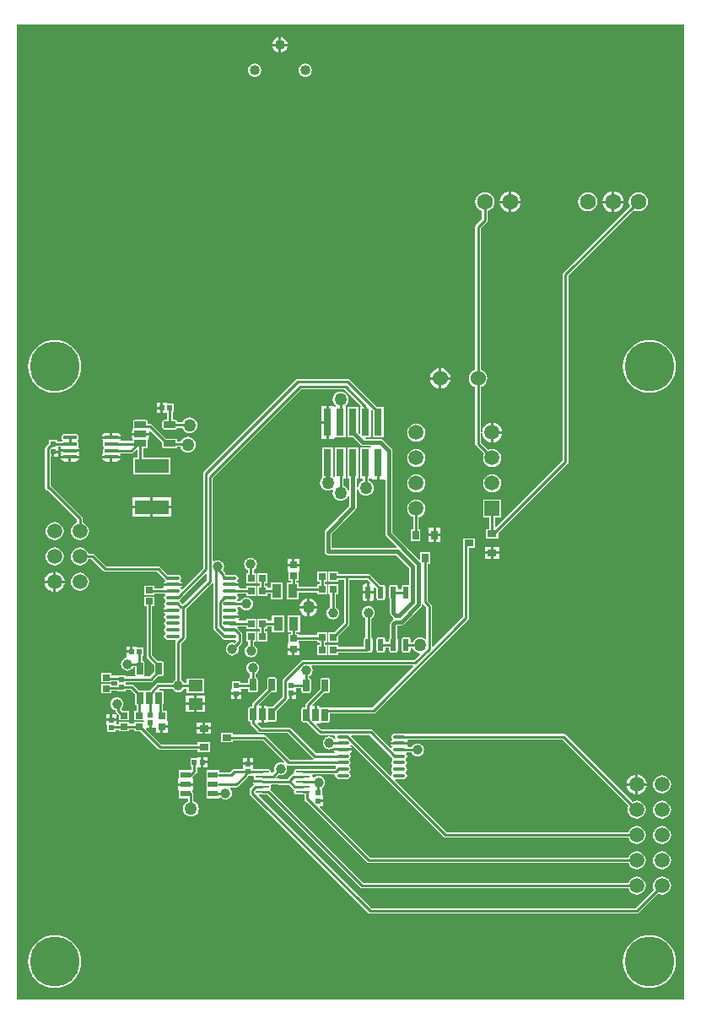
<source format=gbr>
G04 Layer_Physical_Order=1*
G04 Layer_Color=255*
%FSLAX26Y26*%
%MOIN*%
%TF.FileFunction,Copper,L1,Top,Signal*%
%TF.Part,Single*%
G01*
G75*
%TA.AperFunction,SMDPad,CuDef*%
G04:AMPARAMS|DCode=10|XSize=25.591mil|YSize=47.244mil|CornerRadius=1.919mil|HoleSize=0mil|Usage=FLASHONLY|Rotation=90.000|XOffset=0mil|YOffset=0mil|HoleType=Round|Shape=RoundedRectangle|*
%AMROUNDEDRECTD10*
21,1,0.025591,0.043406,0,0,90.0*
21,1,0.021752,0.047244,0,0,90.0*
1,1,0.003839,0.021703,0.010876*
1,1,0.003839,0.021703,-0.010876*
1,1,0.003839,-0.021703,-0.010876*
1,1,0.003839,-0.021703,0.010876*
%
%ADD10ROUNDEDRECTD10*%
%ADD11O,0.055118X0.013780*%
%ADD12R,0.020472X0.020472*%
%ADD13R,0.020472X0.020472*%
%ADD14O,0.055118X0.016535*%
G04:AMPARAMS|DCode=15|XSize=21.654mil|YSize=49.213mil|CornerRadius=1.949mil|HoleSize=0mil|Usage=FLASHONLY|Rotation=0.000|XOffset=0mil|YOffset=0mil|HoleType=Round|Shape=RoundedRectangle|*
%AMROUNDEDRECTD15*
21,1,0.021654,0.045315,0,0,0.0*
21,1,0.017756,0.049213,0,0,0.0*
1,1,0.003898,0.008878,-0.022657*
1,1,0.003898,-0.008878,-0.022657*
1,1,0.003898,-0.008878,0.022657*
1,1,0.003898,0.008878,0.022657*
%
%ADD15ROUNDEDRECTD15*%
%ADD16R,0.029528X0.025591*%
G04:AMPARAMS|DCode=17|XSize=25.591mil|YSize=47.244mil|CornerRadius=1.919mil|HoleSize=0mil|Usage=FLASHONLY|Rotation=180.000|XOffset=0mil|YOffset=0mil|HoleType=Round|Shape=RoundedRectangle|*
%AMROUNDEDRECTD17*
21,1,0.025591,0.043406,0,0,180.0*
21,1,0.021752,0.047244,0,0,180.0*
1,1,0.003839,-0.010876,0.021703*
1,1,0.003839,0.010876,0.021703*
1,1,0.003839,0.010876,-0.021703*
1,1,0.003839,-0.010876,-0.021703*
%
%ADD17ROUNDEDRECTD17*%
%ADD18R,0.025591X0.029528*%
%ADD19R,0.037402X0.053150*%
%ADD20R,0.057087X0.045276*%
%ADD21R,0.035433X0.025591*%
%ADD22R,0.025591X0.035433*%
%ADD23R,0.039370X0.023622*%
%ADD24O,0.049213X0.013780*%
%ADD25O,0.057087X0.009842*%
%ADD26R,0.133858X0.055118*%
%ADD27R,0.029134X0.109843*%
%TA.AperFunction,Conductor*%
%ADD28C,0.010000*%
%ADD29C,0.015000*%
%TA.AperFunction,ComponentPad*%
%ADD30C,0.062992*%
%ADD31C,0.040000*%
%ADD32R,0.059055X0.059055*%
%ADD33C,0.059055*%
%ADD34C,0.060000*%
%TA.AperFunction,ViaPad*%
%ADD35C,0.196850*%
%ADD36C,0.039370*%
%ADD37C,0.050000*%
G36*
X2487684Y-150000D02*
X-150000D01*
Y3702000D01*
X2487685D01*
X2487684Y-150000D01*
D02*
G37*
%LPC*%
G36*
X1119378Y1490126D02*
X1081976D01*
Y1448787D01*
X1088897D01*
Y1400367D01*
X1086449Y1399353D01*
X1081103Y1395251D01*
X1077001Y1389906D01*
X1074422Y1383680D01*
X1073543Y1377000D01*
X1074422Y1370320D01*
X1077001Y1364094D01*
X1081103Y1358749D01*
X1086449Y1354647D01*
X1092674Y1352068D01*
X1099354Y1351189D01*
X1106035Y1352068D01*
X1112260Y1354647D01*
X1117605Y1358749D01*
X1121707Y1364094D01*
X1124286Y1370320D01*
X1125166Y1377000D01*
X1124286Y1383680D01*
X1121707Y1389906D01*
X1117605Y1395251D01*
X1112260Y1399353D01*
X1111135Y1399819D01*
Y1448787D01*
X1119378D01*
Y1490126D01*
D02*
G37*
G36*
X907134Y1366937D02*
X857921D01*
Y1345576D01*
X839378D01*
Y1355126D01*
X801976D01*
Y1313787D01*
X809558D01*
Y1305126D01*
X801976D01*
Y1263787D01*
X839378D01*
Y1305126D01*
X831796D01*
Y1313787D01*
X839378D01*
Y1323338D01*
X857921D01*
Y1301976D01*
X907134D01*
Y1366937D01*
D02*
G37*
G36*
X1239756Y1403567D02*
X1233075Y1402688D01*
X1226850Y1400109D01*
X1221505Y1396007D01*
X1217403Y1390662D01*
X1214824Y1384436D01*
X1213945Y1377756D01*
X1214824Y1371075D01*
X1217403Y1364850D01*
X1221505Y1359505D01*
X1226850Y1355403D01*
X1228271Y1354814D01*
Y1281403D01*
X1227081Y1281167D01*
X1224483Y1279431D01*
X1222747Y1276832D01*
X1222138Y1273768D01*
Y1242623D01*
X1119378D01*
Y1250126D01*
X1081976D01*
Y1208787D01*
X1119378D01*
Y1220385D01*
X1233196D01*
X1233197Y1220385D01*
X1233498Y1220445D01*
X1247901D01*
X1250966Y1221054D01*
X1253564Y1222790D01*
X1255300Y1225388D01*
X1255910Y1228453D01*
Y1273768D01*
X1255300Y1276832D01*
X1253564Y1279431D01*
X1250966Y1281167D01*
X1250509Y1281257D01*
Y1354511D01*
X1252662Y1355403D01*
X1258007Y1359505D01*
X1262109Y1364850D01*
X1264688Y1371075D01*
X1265567Y1377756D01*
X1264688Y1384436D01*
X1262109Y1390662D01*
X1258007Y1396007D01*
X1252662Y1400109D01*
X1246436Y1402688D01*
X1239756Y1403567D01*
D02*
G37*
G36*
X998000Y1394000D02*
X968356D01*
X968901Y1389863D01*
X972428Y1381349D01*
X978038Y1374038D01*
X985349Y1368428D01*
X993863Y1364901D01*
X998000Y1364356D01*
Y1394000D01*
D02*
G37*
G36*
X1008000Y1433644D02*
Y1404000D01*
X1037644D01*
X1037099Y1408137D01*
X1033572Y1416651D01*
X1027962Y1423962D01*
X1020651Y1429572D01*
X1012137Y1433099D01*
X1008000Y1433644D01*
D02*
G37*
G36*
X998000D02*
X993863Y1433099D01*
X985349Y1429572D01*
X978038Y1423962D01*
X972428Y1416651D01*
X968901Y1408137D01*
X968356Y1404000D01*
X998000D01*
Y1433644D01*
D02*
G37*
G36*
X1037644Y1394000D02*
X1008000D01*
Y1364356D01*
X1012137Y1364901D01*
X1020651Y1368428D01*
X1027962Y1374038D01*
X1033572Y1381349D01*
X1037099Y1389863D01*
X1037644Y1394000D01*
D02*
G37*
G36*
X298276Y1244693D02*
X283039D01*
Y1229457D01*
X298276D01*
Y1244693D01*
D02*
G37*
G36*
X783024Y1185268D02*
X776343Y1184389D01*
X770118Y1181810D01*
X764772Y1177708D01*
X760670Y1172362D01*
X758092Y1166137D01*
X757212Y1159457D01*
X758092Y1152776D01*
X760670Y1146551D01*
X764772Y1141206D01*
X770118Y1137104D01*
X772319Y1136192D01*
Y1122078D01*
X769924Y1121601D01*
X767336Y1119872D01*
X765607Y1117283D01*
X764999Y1114230D01*
Y1100324D01*
X733165D01*
Y1105347D01*
X721475D01*
X721279Y1105478D01*
X717024Y1106324D01*
X712769Y1105478D01*
X712572Y1105347D01*
X700882D01*
Y1077945D01*
X696787D01*
Y1062709D01*
X717024D01*
Y1057709D01*
D01*
Y1062709D01*
X737260D01*
Y1077945D01*
X742202Y1078086D01*
X764999D01*
Y1070825D01*
X765607Y1067772D01*
X767336Y1065184D01*
X769924Y1063454D01*
X772977Y1062847D01*
X794729D01*
X797783Y1063454D01*
X800371Y1065184D01*
X802100Y1067772D01*
X802707Y1070825D01*
Y1114230D01*
X802100Y1117283D01*
X800371Y1119872D01*
X797783Y1121601D01*
X794729Y1122208D01*
X794558D01*
Y1136535D01*
X795929Y1137104D01*
X801275Y1141206D01*
X805377Y1146551D01*
X807955Y1152776D01*
X808835Y1159457D01*
X807955Y1166137D01*
X805377Y1172362D01*
X801275Y1177708D01*
X795929Y1181810D01*
X789704Y1184389D01*
X783024Y1185268D01*
D02*
G37*
G36*
X953260Y1053709D02*
X938024D01*
Y1038473D01*
X953260D01*
Y1053709D01*
D02*
G37*
G36*
X737260Y1052709D02*
X722024D01*
Y1037473D01*
X737260D01*
Y1052709D01*
D02*
G37*
G36*
X796071Y1305126D02*
X758669D01*
Y1263787D01*
X765566D01*
Y1250377D01*
X763094Y1249353D01*
X757749Y1245251D01*
X753647Y1239906D01*
X751068Y1233680D01*
X750189Y1227000D01*
X751068Y1220320D01*
X753647Y1214094D01*
X757749Y1208749D01*
X763094Y1204647D01*
X769319Y1202068D01*
X776000Y1201189D01*
X782681Y1202068D01*
X788906Y1204647D01*
X794251Y1208749D01*
X798353Y1214094D01*
X800932Y1220320D01*
X801811Y1227000D01*
X800932Y1233680D01*
X798353Y1239906D01*
X794251Y1245251D01*
X788906Y1249353D01*
X787804Y1249809D01*
Y1263787D01*
X796071D01*
Y1305126D01*
D02*
G37*
G36*
X968787Y1227803D02*
X949024D01*
Y1210008D01*
X968787D01*
Y1227803D01*
D02*
G37*
G36*
X939024D02*
X919260D01*
Y1210008D01*
X939024D01*
Y1227803D01*
D02*
G37*
G36*
X970126Y1366937D02*
X920913D01*
Y1301976D01*
X932904D01*
Y1294811D01*
X923354D01*
X923354Y1257785D01*
X919260Y1255599D01*
X919260Y1255223D01*
X919260Y1255223D01*
Y1237803D01*
X944024D01*
X968787D01*
Y1255223D01*
X968788Y1255223D01*
Y1255599D01*
X964693Y1257785D01*
X964693Y1260599D01*
Y1266664D01*
X1038669D01*
Y1258787D01*
X1046251D01*
Y1250126D01*
X1038669D01*
Y1208787D01*
X1076071D01*
Y1250126D01*
X1068489D01*
Y1258787D01*
X1076071D01*
Y1300126D01*
X1038669D01*
Y1288903D01*
X964693D01*
Y1294811D01*
X955143D01*
Y1301976D01*
X970126D01*
Y1366937D01*
D02*
G37*
G36*
X100000Y1635739D02*
X90750Y1634521D01*
X82131Y1630951D01*
X74729Y1625271D01*
X69049Y1617869D01*
X65479Y1609250D01*
X64261Y1600000D01*
X65479Y1590750D01*
X69049Y1582131D01*
X74729Y1574729D01*
X82131Y1569049D01*
X90750Y1565479D01*
X100000Y1564261D01*
X109250Y1565479D01*
X117869Y1569049D01*
X125271Y1574729D01*
X130951Y1582131D01*
X133747Y1588881D01*
X145394D01*
X192137Y1542138D01*
X192137Y1542138D01*
X195745Y1539727D01*
X200000Y1538881D01*
X200000Y1538881D01*
X405174D01*
X432785Y1511270D01*
X433113Y1509622D01*
X435940Y1505390D01*
Y1503173D01*
X432988Y1501200D01*
X429255Y1495614D01*
X428939Y1494024D01*
X465835D01*
X502730D01*
X502414Y1495614D01*
X498681Y1501200D01*
X495729Y1503173D01*
Y1505390D01*
X498557Y1509622D01*
X499550Y1514614D01*
X498557Y1519607D01*
X495729Y1523839D01*
X491496Y1526667D01*
X486504Y1527660D01*
X447844D01*
X417642Y1557862D01*
X414035Y1560273D01*
X409780Y1561119D01*
X409779Y1561119D01*
X204606D01*
X157863Y1607862D01*
X154255Y1610273D01*
X150000Y1611119D01*
X150000Y1611119D01*
X133747D01*
X130951Y1617869D01*
X125271Y1625271D01*
X117869Y1630951D01*
X109250Y1634521D01*
X100000Y1635739D01*
D02*
G37*
G36*
X774024Y1595268D02*
X767343Y1594389D01*
X761118Y1591810D01*
X755772Y1587708D01*
X751670Y1582362D01*
X749092Y1576137D01*
X748212Y1569457D01*
X749092Y1562776D01*
X751670Y1556551D01*
X755772Y1551206D01*
X761118Y1547104D01*
X764578Y1545670D01*
Y1535126D01*
X758669D01*
Y1493787D01*
X796071D01*
Y1535126D01*
X786816D01*
Y1547057D01*
X786929Y1547104D01*
X792275Y1551206D01*
X796377Y1556551D01*
X798955Y1562776D01*
X799835Y1569457D01*
X798955Y1576137D01*
X796377Y1582362D01*
X792275Y1587708D01*
X786929Y1591810D01*
X780704Y1594389D01*
X774024Y1595268D01*
D02*
G37*
G36*
X100000Y1535739D02*
X90750Y1534521D01*
X82131Y1530951D01*
X74729Y1525271D01*
X69049Y1517869D01*
X65479Y1509250D01*
X64261Y1500000D01*
X65479Y1490750D01*
X69049Y1482131D01*
X74729Y1474729D01*
X82131Y1469049D01*
X90750Y1465479D01*
X100000Y1464261D01*
X109250Y1465479D01*
X117869Y1469049D01*
X125271Y1474729D01*
X130951Y1482131D01*
X134521Y1490750D01*
X135739Y1500000D01*
X134521Y1509250D01*
X130951Y1517869D01*
X125271Y1525271D01*
X117869Y1530951D01*
X109250Y1534521D01*
X100000Y1535739D01*
D02*
G37*
G36*
X-5000Y1539210D02*
X-10319Y1538510D01*
X-19934Y1534527D01*
X-28191Y1528191D01*
X-34527Y1519934D01*
X-38510Y1510319D01*
X-39210Y1505000D01*
X-5000D01*
Y1539210D01*
D02*
G37*
G36*
X939024Y1588906D02*
X919260D01*
Y1571110D01*
X939024D01*
Y1588906D01*
D02*
G37*
G36*
X0Y1635739D02*
X-9250Y1634521D01*
X-17869Y1630951D01*
X-25271Y1625271D01*
X-30951Y1617869D01*
X-34521Y1609250D01*
X-35739Y1600000D01*
X-34521Y1590750D01*
X-30951Y1582131D01*
X-25271Y1574729D01*
X-17869Y1569049D01*
X-9250Y1565479D01*
X0Y1564261D01*
X9250Y1565479D01*
X17869Y1569049D01*
X25271Y1574729D01*
X30951Y1582131D01*
X34521Y1590750D01*
X35739Y1600000D01*
X34521Y1609250D01*
X30951Y1617869D01*
X25271Y1625271D01*
X17869Y1630951D01*
X9250Y1634521D01*
X0Y1635739D01*
D02*
G37*
G36*
X5000Y1539210D02*
Y1505000D01*
X39210D01*
X38510Y1510319D01*
X34527Y1519934D01*
X28191Y1528191D01*
X19934Y1534527D01*
X10319Y1538510D01*
X5000Y1539210D01*
D02*
G37*
G36*
X1234024Y1492644D02*
X1230146D01*
X1225484Y1491716D01*
X1221531Y1489075D01*
X1218890Y1485123D01*
X1217963Y1480461D01*
Y1462803D01*
X1234024D01*
Y1492644D01*
D02*
G37*
G36*
X1119378Y1540126D02*
X1081976D01*
Y1498787D01*
X1119378D01*
Y1508338D01*
X1142881D01*
Y1339354D01*
X1103653Y1300126D01*
X1081976D01*
Y1258787D01*
X1119378D01*
Y1284401D01*
X1161862Y1326886D01*
X1161862Y1326886D01*
X1164273Y1330493D01*
X1165119Y1334748D01*
X1165119Y1334749D01*
Y1508338D01*
X1236544D01*
X1247238Y1497644D01*
X1245167Y1492644D01*
X1244024D01*
Y1462803D01*
X1260084D01*
Y1477726D01*
X1265084Y1479797D01*
X1272138Y1472744D01*
Y1435146D01*
X1272747Y1432081D01*
X1274483Y1429483D01*
X1277081Y1427747D01*
X1280146Y1427138D01*
X1297901D01*
X1300966Y1427747D01*
X1303564Y1429483D01*
X1305300Y1432081D01*
X1305910Y1435146D01*
Y1480461D01*
X1305300Y1483525D01*
X1303564Y1486123D01*
X1300966Y1487859D01*
X1297901Y1488469D01*
X1287862D01*
X1249012Y1527319D01*
X1245405Y1529730D01*
X1241150Y1530576D01*
X1241149Y1530576D01*
X1119378D01*
Y1540126D01*
D02*
G37*
G36*
X1260084Y1452803D02*
X1244024D01*
Y1422963D01*
X1247901D01*
X1252564Y1423890D01*
X1256516Y1426531D01*
X1259157Y1430484D01*
X1260084Y1435146D01*
Y1452803D01*
D02*
G37*
G36*
X1234024D02*
X1217963D01*
Y1435146D01*
X1218890Y1430484D01*
X1221531Y1426531D01*
X1225484Y1423890D01*
X1230146Y1422963D01*
X1234024D01*
Y1452803D01*
D02*
G37*
G36*
X839378Y1535126D02*
X801976D01*
Y1493787D01*
X809558D01*
Y1485126D01*
X801976D01*
Y1443787D01*
X839378D01*
Y1453338D01*
X852921D01*
Y1431976D01*
X902134D01*
Y1496937D01*
X852921D01*
Y1475576D01*
X839378D01*
Y1485126D01*
X831796D01*
Y1493787D01*
X839378D01*
Y1535126D01*
D02*
G37*
G36*
X39210Y1495000D02*
X5000D01*
Y1460790D01*
X10319Y1461490D01*
X19934Y1465473D01*
X28191Y1471809D01*
X34527Y1480066D01*
X38510Y1489681D01*
X39210Y1495000D01*
D02*
G37*
G36*
X-5000D02*
X-39210D01*
X-38510Y1489681D01*
X-34527Y1480066D01*
X-28191Y1471809D01*
X-19934Y1465473D01*
X-10319Y1461490D01*
X-5000Y1460790D01*
Y1495000D01*
D02*
G37*
G36*
X968787Y1561110D02*
X919260D01*
Y1543690D01*
X919260Y1543690D01*
Y1543315D01*
X923354Y1541129D01*
X923354Y1538315D01*
Y1504102D01*
X932904D01*
Y1496937D01*
X915913D01*
Y1431976D01*
X965126D01*
Y1458338D01*
X1038669D01*
Y1448787D01*
X1076071D01*
Y1490126D01*
X1068489D01*
Y1498787D01*
X1076071D01*
Y1540126D01*
X1038669D01*
Y1498787D01*
X1046251D01*
Y1490126D01*
X1038669D01*
Y1480576D01*
X965126D01*
Y1496937D01*
X955143D01*
Y1504102D01*
X964693D01*
X964693Y1541129D01*
X968788Y1543315D01*
X968788Y1543690D01*
X968787Y1543690D01*
Y1561110D01*
D02*
G37*
G36*
X712024Y1052709D02*
X696787D01*
Y1037473D01*
X712024D01*
Y1052709D01*
D02*
G37*
G36*
X2295000Y739210D02*
X2289681Y738510D01*
X2280066Y734527D01*
X2271809Y728191D01*
X2265473Y719934D01*
X2261490Y710319D01*
X2260790Y705000D01*
X2295000D01*
Y739210D01*
D02*
G37*
G36*
X2400000Y735739D02*
X2390750Y734521D01*
X2382131Y730951D01*
X2374729Y725271D01*
X2369049Y717869D01*
X2365479Y709250D01*
X2364261Y700000D01*
X2365479Y690750D01*
X2369049Y682131D01*
X2374729Y674729D01*
X2382131Y669049D01*
X2390750Y665479D01*
X2400000Y664261D01*
X2409250Y665479D01*
X2417869Y669049D01*
X2425271Y674729D01*
X2430951Y682131D01*
X2434521Y690750D01*
X2435739Y700000D01*
X2434521Y709250D01*
X2430951Y717869D01*
X2425271Y725271D01*
X2417869Y730951D01*
X2409250Y734521D01*
X2400000Y735739D01*
D02*
G37*
G36*
X2339210Y695000D02*
X2305000D01*
Y660790D01*
X2310319Y661490D01*
X2319934Y665473D01*
X2328191Y671809D01*
X2334527Y680066D01*
X2338510Y689681D01*
X2339210Y695000D01*
D02*
G37*
G36*
X2305000Y739210D02*
Y705000D01*
X2339210D01*
X2338510Y710319D01*
X2334527Y719934D01*
X2328191Y728191D01*
X2319934Y734527D01*
X2310319Y738510D01*
X2305000Y739210D01*
D02*
G37*
G36*
X759260Y802213D02*
X744024D01*
Y786976D01*
X759260D01*
Y802213D01*
D02*
G37*
G36*
X603827Y782693D02*
X588591D01*
Y767457D01*
X603827D01*
Y782693D01*
D02*
G37*
G36*
X578591Y807929D02*
X563355D01*
Y803835D01*
X535953D01*
Y771551D01*
X540975D01*
Y756086D01*
X540291Y755402D01*
X491622D01*
Y722095D01*
X487528D01*
Y705284D01*
X517213D01*
X546898D01*
Y722095D01*
X542803D01*
Y727383D01*
X545571Y729232D01*
X559957Y743618D01*
X559957Y743618D01*
X562367Y747225D01*
X563214Y751481D01*
Y762515D01*
X563355Y767457D01*
X578591D01*
Y787693D01*
Y807929D01*
D02*
G37*
G36*
X2295000Y695000D02*
X2260790D01*
X2261490Y689681D01*
X2265473Y680066D01*
X2271809Y671809D01*
X2280066Y665473D01*
X2289681Y661490D01*
X2295000Y660790D01*
Y695000D01*
D02*
G37*
G36*
X2400000Y435739D02*
X2390750Y434521D01*
X2382131Y430951D01*
X2374729Y425271D01*
X2369049Y417869D01*
X2365479Y409250D01*
X2364261Y400000D01*
X2365479Y390750D01*
X2369049Y382131D01*
X2374729Y374729D01*
X2382131Y369049D01*
X2390750Y365479D01*
X2400000Y364261D01*
X2409250Y365479D01*
X2417869Y369049D01*
X2425271Y374729D01*
X2430951Y382131D01*
X2434521Y390750D01*
X2435739Y400000D01*
X2434521Y409250D01*
X2430951Y417869D01*
X2425271Y425271D01*
X2417869Y430951D01*
X2409250Y434521D01*
X2400000Y435739D01*
D02*
G37*
G36*
X2350000Y104653D02*
X2333629Y103365D01*
X2317660Y99531D01*
X2302488Y93247D01*
X2288486Y84666D01*
X2275999Y74001D01*
X2265334Y61514D01*
X2256753Y47512D01*
X2250469Y32340D01*
X2246635Y16371D01*
X2245347Y0D01*
X2246635Y-16371D01*
X2250469Y-32340D01*
X2256753Y-47512D01*
X2265334Y-61514D01*
X2275999Y-74001D01*
X2288486Y-84666D01*
X2302488Y-93247D01*
X2317660Y-99531D01*
X2333629Y-103365D01*
X2350000Y-104653D01*
X2366371Y-103365D01*
X2382340Y-99531D01*
X2397512Y-93247D01*
X2411514Y-84666D01*
X2424001Y-74001D01*
X2434666Y-61514D01*
X2443247Y-47512D01*
X2449531Y-32340D01*
X2453365Y-16371D01*
X2454653Y0D01*
X2453365Y16371D01*
X2449531Y32340D01*
X2443247Y47512D01*
X2434666Y61514D01*
X2424001Y74001D01*
X2411514Y84666D01*
X2397512Y93247D01*
X2382340Y99531D01*
X2366371Y103365D01*
X2350000Y104653D01*
D02*
G37*
G36*
X0D02*
X-16371Y103365D01*
X-32340Y99531D01*
X-47512Y93247D01*
X-61514Y84666D01*
X-74001Y74001D01*
X-84666Y61514D01*
X-93247Y47512D01*
X-99531Y32340D01*
X-103365Y16371D01*
X-104653Y0D01*
X-103365Y-16371D01*
X-99531Y-32340D01*
X-93247Y-47512D01*
X-84666Y-61514D01*
X-74001Y-74001D01*
X-61514Y-84666D01*
X-47512Y-93247D01*
X-32340Y-99531D01*
X-16371Y-103365D01*
X0Y-104653D01*
X16371Y-103365D01*
X32340Y-99531D01*
X47512Y-93247D01*
X61514Y-84666D01*
X74001Y-74001D01*
X84666Y-61514D01*
X93247Y-47512D01*
X99531Y-32340D01*
X103365Y-16371D01*
X104653Y0D01*
X103365Y16371D01*
X99531Y32340D01*
X93247Y47512D01*
X84666Y61514D01*
X74001Y74001D01*
X61514Y84666D01*
X47512Y93247D01*
X32340Y99531D01*
X16371Y103365D01*
X0Y104653D01*
D02*
G37*
G36*
X2400000Y535739D02*
X2390750Y534521D01*
X2382131Y530951D01*
X2374729Y525271D01*
X2369049Y517869D01*
X2365479Y509250D01*
X2364261Y500000D01*
X2365479Y490750D01*
X2369049Y482131D01*
X2374729Y474729D01*
X2382131Y469049D01*
X2390750Y465479D01*
X2400000Y464261D01*
X2409250Y465479D01*
X2417869Y469049D01*
X2425271Y474729D01*
X2430951Y482131D01*
X2434521Y490750D01*
X2435739Y500000D01*
X2434521Y509250D01*
X2430951Y517869D01*
X2425271Y525271D01*
X2417869Y530951D01*
X2409250Y534521D01*
X2400000Y535739D01*
D02*
G37*
G36*
X546898Y695284D02*
X517213D01*
X487528D01*
Y678473D01*
X491622D01*
Y645166D01*
X526590D01*
Y632069D01*
X523256Y630689D01*
X516801Y625735D01*
X511847Y619279D01*
X508733Y611761D01*
X507670Y603693D01*
X508733Y595625D01*
X511847Y588107D01*
X516801Y581651D01*
X523256Y576697D01*
X530775Y573583D01*
X538843Y572521D01*
X546911Y573583D01*
X554429Y576697D01*
X560885Y581651D01*
X565838Y588107D01*
X568953Y595625D01*
X570015Y603693D01*
X568953Y611761D01*
X565838Y619279D01*
X560885Y625735D01*
X554429Y630689D01*
X548828Y633009D01*
Y662292D01*
X547981Y666547D01*
X545571Y670154D01*
X542803Y672004D01*
Y678473D01*
X546898D01*
Y695284D01*
D02*
G37*
G36*
X2400000Y635739D02*
X2390750Y634521D01*
X2382131Y630951D01*
X2374729Y625271D01*
X2369049Y617869D01*
X2365479Y609250D01*
X2364261Y600000D01*
X2365479Y590750D01*
X2369049Y582131D01*
X2374729Y574729D01*
X2382131Y569049D01*
X2390750Y565479D01*
X2400000Y564261D01*
X2409250Y565479D01*
X2417869Y569049D01*
X2425271Y574729D01*
X2430951Y582131D01*
X2434521Y590750D01*
X2435739Y600000D01*
X2434521Y609250D01*
X2430951Y617869D01*
X2425271Y625271D01*
X2417869Y630951D01*
X2409250Y634521D01*
X2400000Y635739D01*
D02*
G37*
G36*
X1379417Y901322D02*
X1343984D01*
X1338992Y900328D01*
X1334759Y897500D01*
X1331931Y893268D01*
X1330938Y888276D01*
X1331931Y883283D01*
X1334759Y879051D01*
Y876834D01*
X1331807Y874862D01*
X1328074Y869275D01*
X1327758Y867685D01*
X1361700D01*
X1395643D01*
X1395327Y869275D01*
X1393402Y872157D01*
X1396074Y877157D01*
X2007119D01*
X2268275Y616000D01*
X2265479Y609250D01*
X2264261Y600000D01*
X2265479Y590750D01*
X2269049Y582131D01*
X2274729Y574729D01*
X2282131Y569049D01*
X2290750Y565479D01*
X2300000Y564261D01*
X2309250Y565479D01*
X2317869Y569049D01*
X2325271Y574729D01*
X2330951Y582131D01*
X2334521Y590750D01*
X2335739Y600000D01*
X2334521Y609250D01*
X2330951Y617869D01*
X2325271Y625271D01*
X2317869Y630951D01*
X2309250Y634521D01*
X2300000Y635739D01*
X2290750Y634521D01*
X2284000Y631725D01*
X2019587Y896138D01*
X2015979Y898548D01*
X2011724Y899395D01*
X2011724Y899395D01*
X1385807D01*
X1384410Y900328D01*
X1379417Y901322D01*
D02*
G37*
G36*
X244260Y975441D02*
X229024D01*
Y960205D01*
X244260D01*
Y975441D01*
D02*
G37*
G36*
X219024D02*
X203787D01*
Y960205D01*
X219024D01*
Y975441D01*
D02*
G37*
G36*
X246024Y1043268D02*
X239343Y1042389D01*
X233118Y1039810D01*
X227772Y1035708D01*
X223670Y1030362D01*
X221092Y1024137D01*
X220212Y1017457D01*
X221092Y1010776D01*
X223670Y1004551D01*
X227772Y999206D01*
X233118Y995104D01*
X239343Y992525D01*
X240524Y991522D01*
X241370Y987267D01*
X243781Y983660D01*
X253354Y974086D01*
Y952410D01*
X294693D01*
Y989811D01*
X269079D01*
X265022Y993868D01*
X264275Y999206D01*
X268377Y1004551D01*
X270955Y1010776D01*
X271835Y1017457D01*
X270955Y1024137D01*
X268377Y1030362D01*
X264275Y1035708D01*
X258929Y1039810D01*
X252704Y1042389D01*
X246024Y1043268D01*
D02*
G37*
G36*
X551024Y1013024D02*
X517480D01*
Y985386D01*
X551024D01*
Y1013024D01*
D02*
G37*
G36*
X594567Y1050661D02*
X561024D01*
Y1023024D01*
X594567D01*
Y1050661D01*
D02*
G37*
G36*
X551024D02*
X517480D01*
Y1023024D01*
X551024D01*
Y1050661D01*
D02*
G37*
G36*
X594567Y1013024D02*
X561024D01*
Y985386D01*
X594567D01*
Y1013024D01*
D02*
G37*
G36*
X869533Y1122208D02*
X847780D01*
X844727Y1121601D01*
X842139Y1119872D01*
X840410Y1117283D01*
X839802Y1114230D01*
Y1078572D01*
X783786Y1022556D01*
X781376Y1018948D01*
X780529Y1014693D01*
X780529Y1014693D01*
Y1006067D01*
X772977D01*
X769924Y1005459D01*
X767336Y1003730D01*
X765607Y1001142D01*
X764999Y998089D01*
Y954683D01*
X765607Y951630D01*
X767336Y949042D01*
X769924Y947312D01*
X772474Y946805D01*
X772734Y942146D01*
X773581Y937891D01*
X775991Y934284D01*
X804138Y906138D01*
X807745Y903727D01*
X812000Y902881D01*
X812000Y902881D01*
X920869D01*
X1020108Y803642D01*
X1020108Y803641D01*
X1022516Y802033D01*
X1021145Y797033D01*
X929692D01*
X834524Y892201D01*
X830917Y894611D01*
X826661Y895458D01*
X826661Y895458D01*
X703236D01*
Y903039D01*
X655992D01*
Y865638D01*
X703236D01*
Y873220D01*
X822056D01*
X906274Y789002D01*
X903441Y784763D01*
X899877Y786239D01*
X893197Y787119D01*
X886516Y786239D01*
X880291Y783660D01*
X874946Y779558D01*
X870844Y774213D01*
X868265Y767988D01*
X867386Y761307D01*
X868265Y754627D01*
X869005Y752840D01*
X861301Y745137D01*
X858706Y744972D01*
X854828Y748828D01*
X855141Y750402D01*
X854301Y754626D01*
X851908Y758207D01*
X848327Y760600D01*
X844102Y761441D01*
X821044D01*
X820441Y761560D01*
X820440Y761560D01*
X789422D01*
X784496Y761740D01*
Y776976D01*
X744024D01*
Y761740D01*
X739082Y761600D01*
X709193D01*
X709193Y761600D01*
X704938Y760753D01*
X701330Y758343D01*
X701330Y758343D01*
X691201Y748214D01*
X651071D01*
Y755402D01*
X599890D01*
Y719969D01*
X599890D01*
Y718000D01*
X599890D01*
Y682567D01*
X599890D01*
Y680598D01*
X599890D01*
Y645166D01*
X651071D01*
Y646923D01*
X656071Y648620D01*
X657426Y646855D01*
X662771Y642753D01*
X668997Y640174D01*
X675677Y639295D01*
X682358Y640174D01*
X688583Y642753D01*
X693928Y646855D01*
X698030Y652200D01*
X700609Y658425D01*
X701488Y665106D01*
X700609Y671786D01*
X698030Y678012D01*
X693928Y683357D01*
X693646Y683574D01*
X695343Y688574D01*
X717488D01*
X717488Y688574D01*
X721744Y689420D01*
X725351Y691831D01*
X760902Y727382D01*
X763312Y730989D01*
X763979Y734339D01*
X780402D01*
Y735143D01*
X781442Y735472D01*
X782129Y735317D01*
X786010Y731675D01*
X785819Y730717D01*
X786660Y726492D01*
X786950Y726058D01*
X786101Y721789D01*
X782803Y716854D01*
X782639Y716032D01*
X820480D01*
Y706032D01*
X782639D01*
X782803Y705210D01*
X783888Y703586D01*
X785828Y699879D01*
X783276Y696187D01*
X773169Y686080D01*
X770759Y682472D01*
X769912Y678217D01*
X769912Y678217D01*
Y665106D01*
X769912Y665106D01*
X770759Y660851D01*
X773169Y657243D01*
X1238275Y192138D01*
X1238275Y192137D01*
X1241882Y189727D01*
X1246137Y188881D01*
X1246138Y188881D01*
X2299999D01*
X2300000Y188881D01*
X2304255Y189727D01*
X2307863Y192137D01*
X2384000Y268275D01*
X2390750Y265479D01*
X2400000Y264261D01*
X2409250Y265479D01*
X2417869Y269049D01*
X2425271Y274729D01*
X2430951Y282131D01*
X2434521Y290750D01*
X2435739Y300000D01*
X2434521Y309250D01*
X2430951Y317869D01*
X2428513Y321046D01*
X2428273Y322255D01*
X2425863Y325863D01*
X2422255Y328273D01*
X2421046Y328513D01*
X2417869Y330951D01*
X2409250Y334521D01*
X2400000Y335739D01*
X2390750Y334521D01*
X2382131Y330951D01*
X2374729Y325271D01*
X2369049Y317869D01*
X2365479Y309250D01*
X2364261Y300000D01*
X2365479Y290750D01*
X2368275Y284000D01*
X2295394Y211119D01*
X1250743D01*
X805859Y656003D01*
X807773Y660623D01*
X820076D01*
X820480Y660542D01*
X839339D01*
X1207744Y292138D01*
X1207744Y292137D01*
X1211351Y289727D01*
X1215606Y288881D01*
X2266253D01*
X2269049Y282131D01*
X2274729Y274729D01*
X2282131Y269049D01*
X2290750Y265479D01*
X2300000Y264261D01*
X2309250Y265479D01*
X2317869Y269049D01*
X2325271Y274729D01*
X2330951Y282131D01*
X2334521Y290750D01*
X2335739Y300000D01*
X2334521Y309250D01*
X2330951Y317869D01*
X2325271Y325271D01*
X2317869Y330951D01*
X2309250Y334521D01*
X2300000Y335739D01*
X2290750Y334521D01*
X2282131Y330951D01*
X2274729Y325271D01*
X2269049Y317869D01*
X2266253Y311119D01*
X1220212D01*
X853044Y678287D01*
X852290Y681775D01*
X852804Y684882D01*
X854301Y687122D01*
X855141Y691346D01*
X854432Y694912D01*
X854989Y696530D01*
X857413Y699912D01*
X881908D01*
X883469Y698869D01*
X887725Y698023D01*
X887725Y698023D01*
X924693D01*
X939153Y683563D01*
X939153Y683563D01*
X942761Y681153D01*
X943514Y681003D01*
X946198Y676019D01*
X946109Y675886D01*
X945268Y671662D01*
X946109Y667437D01*
X948501Y663856D01*
X952083Y661463D01*
X956307Y660623D01*
X979525D01*
X979929Y660542D01*
X987432D01*
Y642696D01*
X987432Y642696D01*
X988278Y638440D01*
X990689Y634833D01*
X1233384Y392138D01*
X1233384Y392137D01*
X1236992Y389727D01*
X1241247Y388881D01*
X1241247Y388881D01*
X2266253D01*
X2269049Y382131D01*
X2274729Y374729D01*
X2282131Y369049D01*
X2290750Y365479D01*
X2300000Y364261D01*
X2309250Y365479D01*
X2317869Y369049D01*
X2325271Y374729D01*
X2330951Y382131D01*
X2334521Y390750D01*
X2335739Y400000D01*
X2334521Y409250D01*
X2330951Y417869D01*
X2325271Y425271D01*
X2317869Y430951D01*
X2309250Y434521D01*
X2300000Y435739D01*
X2290750Y434521D01*
X2282131Y430951D01*
X2274729Y425271D01*
X2269049Y417869D01*
X2266253Y411119D01*
X1245852D01*
X1046504Y610467D01*
X1048418Y615087D01*
X1062055D01*
Y630323D01*
X1041819D01*
Y640323D01*
X1062055D01*
Y655559D01*
X1057961D01*
Y682961D01*
X1057961Y682961D01*
X1057961D01*
X1058323Y687811D01*
X1061054Y689906D01*
X1065156Y695252D01*
X1067735Y701477D01*
X1068614Y708158D01*
X1067735Y714838D01*
X1065156Y721063D01*
X1061054Y726409D01*
X1055709Y730511D01*
X1049484Y733089D01*
X1042803Y733969D01*
X1036123Y733089D01*
X1029897Y730511D01*
X1024552Y726409D01*
X1024345Y726140D01*
X1022972Y726237D01*
X1018765Y730717D01*
X1018055Y734282D01*
X1021329Y739283D01*
X1105462D01*
X1108634Y735417D01*
X1108497Y734732D01*
X1109490Y729740D01*
X1112318Y725508D01*
X1116551Y722680D01*
X1121543Y721687D01*
X1156976D01*
X1161969Y722680D01*
X1166201Y725508D01*
X1169029Y729740D01*
X1170022Y734732D01*
X1169029Y739725D01*
X1166201Y743957D01*
X1165358Y744521D01*
Y750534D01*
X1166201Y751098D01*
X1169029Y755331D01*
X1170022Y760323D01*
X1169029Y765315D01*
X1166201Y769548D01*
X1165358Y770111D01*
Y776125D01*
X1166201Y776689D01*
X1169029Y780921D01*
X1170022Y785913D01*
X1169029Y790906D01*
X1166201Y795138D01*
X1165358Y795702D01*
Y801716D01*
X1166201Y802279D01*
X1169029Y806512D01*
X1170022Y811504D01*
X1169029Y816496D01*
X1166201Y820729D01*
Y822945D01*
X1169153Y824918D01*
X1172886Y830505D01*
X1173203Y832095D01*
X1139260D01*
X1105317D01*
X1105633Y830505D01*
X1107559Y827623D01*
X1104886Y822623D01*
X1032577D01*
X933337Y921862D01*
X929730Y924273D01*
X925475Y925119D01*
X925474Y925119D01*
X816606D01*
X801372Y940352D01*
X804560Y944236D01*
X805728Y943456D01*
X810379Y942530D01*
X816255D01*
Y976386D01*
Y1010241D01*
X810379D01*
X809897Y1010146D01*
X807434Y1014754D01*
X855527Y1062847D01*
X869533D01*
X872586Y1063454D01*
X875174Y1065184D01*
X876903Y1067772D01*
X877511Y1070825D01*
Y1114230D01*
X876903Y1117283D01*
X875174Y1119872D01*
X872586Y1121601D01*
X869533Y1122208D01*
D02*
G37*
G36*
X584063Y916740D02*
X561346D01*
Y898945D01*
X584063D01*
Y916740D01*
D02*
G37*
G36*
X603827Y807929D02*
X588591D01*
Y792693D01*
X603827D01*
Y807929D01*
D02*
G37*
G36*
X784496Y802213D02*
X769260D01*
Y786976D01*
X784496D01*
Y802213D01*
D02*
G37*
G36*
X616779Y916740D02*
X594063D01*
Y898945D01*
X616779D01*
Y916740D01*
D02*
G37*
G36*
Y944536D02*
X594063D01*
Y926740D01*
X616779D01*
Y944536D01*
D02*
G37*
G36*
X584063D02*
X561346D01*
Y926740D01*
X584063D01*
Y944536D01*
D02*
G37*
G36*
X448787Y922803D02*
X429024D01*
Y905008D01*
X448787D01*
Y922803D01*
D02*
G37*
G36*
X2350000Y2454653D02*
X2333629Y2453365D01*
X2317660Y2449531D01*
X2302488Y2443247D01*
X2288486Y2434666D01*
X2275999Y2424001D01*
X2265334Y2411514D01*
X2256753Y2397512D01*
X2250469Y2382340D01*
X2246635Y2366371D01*
X2245347Y2350000D01*
X2246635Y2333629D01*
X2250469Y2317660D01*
X2256753Y2302488D01*
X2265334Y2288486D01*
X2275999Y2275999D01*
X2288486Y2265334D01*
X2302488Y2256753D01*
X2317660Y2250469D01*
X2333629Y2246635D01*
X2350000Y2245347D01*
X2366371Y2246635D01*
X2382340Y2250469D01*
X2397512Y2256753D01*
X2411514Y2265334D01*
X2424001Y2275999D01*
X2434666Y2288486D01*
X2443247Y2302488D01*
X2449531Y2317660D01*
X2453365Y2333629D01*
X2454653Y2350000D01*
X2453365Y2366371D01*
X2449531Y2382340D01*
X2443247Y2397512D01*
X2434666Y2411514D01*
X2424001Y2424001D01*
X2411514Y2434666D01*
X2397512Y2443247D01*
X2382340Y2449531D01*
X2366371Y2453365D01*
X2350000Y2454653D01*
D02*
G37*
G36*
X0D02*
X-16371Y2453365D01*
X-32340Y2449531D01*
X-47512Y2443247D01*
X-61514Y2434666D01*
X-74001Y2424001D01*
X-84666Y2411514D01*
X-93247Y2397512D01*
X-99531Y2382340D01*
X-103365Y2366371D01*
X-104653Y2350000D01*
X-103365Y2333629D01*
X-99531Y2317660D01*
X-93247Y2302488D01*
X-84666Y2288486D01*
X-74001Y2275999D01*
X-61514Y2265334D01*
X-47512Y2256753D01*
X-32340Y2250469D01*
X-16371Y2246635D01*
X0Y2245347D01*
X16371Y2246635D01*
X32340Y2250469D01*
X47512Y2256753D01*
X61514Y2265334D01*
X74001Y2275999D01*
X84666Y2288486D01*
X93247Y2302488D01*
X99531Y2317660D01*
X103365Y2333629D01*
X104653Y2350000D01*
X103365Y2366371D01*
X99531Y2382340D01*
X93247Y2397512D01*
X84666Y2411514D01*
X74001Y2424001D01*
X61514Y2434666D01*
X47512Y2443247D01*
X32340Y2449531D01*
X16371Y2453365D01*
X0Y2454653D01*
D02*
G37*
G36*
X418252Y2207236D02*
X403016D01*
Y2192000D01*
X418252D01*
Y2207236D01*
D02*
G37*
G36*
X1518622Y2298150D02*
X1483935D01*
X1484651Y2292707D01*
X1488682Y2282977D01*
X1495094Y2274621D01*
X1503449Y2268210D01*
X1513180Y2264179D01*
X1518622Y2263463D01*
Y2298150D01*
D02*
G37*
G36*
X1528622Y2342837D02*
Y2308150D01*
X1563309D01*
X1562592Y2313592D01*
X1558562Y2323322D01*
X1552150Y2331678D01*
X1543795Y2338090D01*
X1534064Y2342120D01*
X1528622Y2342837D01*
D02*
G37*
G36*
X1518622D02*
X1513180Y2342120D01*
X1503449Y2338090D01*
X1495094Y2331678D01*
X1488682Y2323322D01*
X1484651Y2313592D01*
X1483935Y2308150D01*
X1518622D01*
Y2342837D01*
D02*
G37*
G36*
X1563309Y2298150D02*
X1528622D01*
Y2263463D01*
X1534064Y2264179D01*
X1543795Y2268210D01*
X1552150Y2274621D01*
X1558562Y2282977D01*
X1562592Y2292707D01*
X1563309Y2298150D01*
D02*
G37*
G36*
X1130000Y2251172D02*
X1121932Y2250110D01*
X1114414Y2246996D01*
X1107958Y2242042D01*
X1103004Y2235586D01*
X1099890Y2228068D01*
X1098828Y2220000D01*
X1099890Y2211932D01*
X1103004Y2204414D01*
X1107958Y2197958D01*
X1111289Y2195402D01*
X1109592Y2190402D01*
X1108591D01*
X1108551Y2190402D01*
X1103591Y2190497D01*
Y2194496D01*
X1084024D01*
Y2129575D01*
Y2064654D01*
X1103591D01*
Y2068653D01*
X1108551Y2068748D01*
X1108591Y2068748D01*
X1149496D01*
Y2190401D01*
X1149496D01*
X1148711Y2195402D01*
X1152042Y2197958D01*
X1156996Y2204414D01*
X1160110Y2211932D01*
X1161172Y2220000D01*
X1160110Y2228068D01*
X1156996Y2235586D01*
X1152042Y2242042D01*
X1145586Y2246996D01*
X1138068Y2250110D01*
X1130000Y2251172D01*
D02*
G37*
G36*
X1158953Y2301119D02*
X1158952Y2301119D01*
X960000D01*
X955745Y2300273D01*
X952138Y2297863D01*
X952137Y2297862D01*
X589665Y1935390D01*
X587255Y1931783D01*
X586408Y1927527D01*
X586408Y1927527D01*
Y1553472D01*
X503095Y1470159D01*
X498403Y1471106D01*
X497107Y1475795D01*
X498681Y1476847D01*
X502414Y1482434D01*
X502730Y1484024D01*
X465835D01*
X428939D01*
X429255Y1482434D01*
X430697Y1480275D01*
X428025Y1475275D01*
X394693D01*
Y1484811D01*
X353354D01*
Y1447409D01*
X394693D01*
Y1453037D01*
X434009D01*
X436926Y1448472D01*
X436784Y1447631D01*
X435940Y1447067D01*
X433113Y1442835D01*
X432119Y1437843D01*
X433113Y1432850D01*
X435940Y1428618D01*
X436784Y1428054D01*
Y1422041D01*
X435940Y1421477D01*
X433113Y1417245D01*
X432119Y1412252D01*
X433113Y1407260D01*
X435940Y1403027D01*
Y1400811D01*
X432988Y1398838D01*
X429255Y1393252D01*
X428939Y1391661D01*
X465834D01*
Y1381661D01*
X428939D01*
X429255Y1380072D01*
X432988Y1374485D01*
X435940Y1372512D01*
Y1370296D01*
X433113Y1366063D01*
X432119Y1361071D01*
X433113Y1356079D01*
X435940Y1351846D01*
X436784Y1351283D01*
Y1345269D01*
X435940Y1344705D01*
X433113Y1340473D01*
X432119Y1335480D01*
X433113Y1330488D01*
X435940Y1326256D01*
X436784Y1325692D01*
Y1319678D01*
X435940Y1319115D01*
X433113Y1314882D01*
X432119Y1309890D01*
X433113Y1304898D01*
X435940Y1300665D01*
X436784Y1300101D01*
Y1294088D01*
X435940Y1293524D01*
X433113Y1289292D01*
X432119Y1284299D01*
X433113Y1279307D01*
X435940Y1275074D01*
X440173Y1272246D01*
X445165Y1271253D01*
X476309D01*
X478982Y1266253D01*
X478751Y1265908D01*
X477904Y1261653D01*
X477904Y1261652D01*
Y1112550D01*
X476118Y1111810D01*
X470772Y1107708D01*
X466670Y1102362D01*
X465930Y1100576D01*
X408781D01*
X408780Y1100576D01*
X404525Y1099730D01*
X400918Y1097319D01*
X400918Y1097319D01*
X379862Y1076263D01*
X377452Y1072656D01*
X377135Y1071067D01*
X363148D01*
X360094Y1070459D01*
X357506Y1068730D01*
X353139D01*
X350551Y1070459D01*
X347498Y1071067D01*
X333493D01*
X312988Y1091571D01*
X309381Y1093982D01*
X305126Y1094828D01*
X305125Y1094828D01*
X280165D01*
Y1104086D01*
X379928D01*
X379929Y1104085D01*
X384184Y1104932D01*
X387791Y1107342D01*
X408296Y1127847D01*
X422301D01*
X425354Y1128454D01*
X427942Y1130184D01*
X429672Y1132772D01*
X430279Y1135825D01*
Y1179230D01*
X429672Y1182283D01*
X427942Y1184872D01*
X425354Y1186601D01*
X422301Y1187208D01*
X408296D01*
X385143Y1210362D01*
Y1404102D01*
X394693D01*
Y1441504D01*
X353354D01*
Y1404102D01*
X362904D01*
Y1205756D01*
X362904Y1205756D01*
X363751Y1201501D01*
X366161Y1197893D01*
X392571Y1171483D01*
Y1143572D01*
X375323Y1126324D01*
X356116D01*
X355304Y1127378D01*
X353901Y1131324D01*
X354869Y1132772D01*
X355476Y1135825D01*
Y1179230D01*
X354869Y1182283D01*
X353139Y1184872D01*
X350551Y1186601D01*
X347498Y1187208D01*
X346816D01*
Y1208315D01*
X350913D01*
Y1240599D01*
X323512D01*
Y1244693D01*
X308276D01*
Y1224457D01*
X303276D01*
Y1219457D01*
X283039D01*
Y1204221D01*
X283039D01*
X282322Y1199517D01*
X281343Y1199389D01*
X275118Y1196810D01*
X269772Y1192708D01*
X265670Y1187362D01*
X263092Y1181137D01*
X262212Y1174457D01*
X263092Y1167776D01*
X265670Y1161551D01*
X269772Y1156206D01*
X275118Y1152104D01*
X281343Y1149525D01*
X288024Y1148646D01*
X294704Y1149525D01*
X300929Y1152104D01*
X306275Y1156206D01*
X310377Y1161551D01*
X311070Y1163224D01*
X317768D01*
Y1135825D01*
X318375Y1132772D01*
X319342Y1131324D01*
X317940Y1127378D01*
X317128Y1126324D01*
X280165D01*
Y1131347D01*
X247882D01*
Y1129277D01*
X224693D01*
Y1139811D01*
X183354D01*
Y1102409D01*
X224693D01*
Y1107038D01*
X247882D01*
Y1091875D01*
X224693D01*
Y1096504D01*
X183354D01*
Y1059102D01*
X224693D01*
Y1069637D01*
X247882D01*
Y1067567D01*
X280165D01*
Y1072590D01*
X300520D01*
X317768Y1055342D01*
Y1019683D01*
X318375Y1016630D01*
X320105Y1014042D01*
X322693Y1012312D01*
X324204Y1012012D01*
Y989811D01*
X313354D01*
Y952409D01*
X349964D01*
X354915Y947501D01*
Y946623D01*
X354693Y946504D01*
X353787Y946504D01*
X313354D01*
Y938923D01*
X294693D01*
Y946504D01*
X253354D01*
Y936875D01*
X244260D01*
Y950205D01*
X203787D01*
Y934969D01*
X207882D01*
Y907567D01*
X240165D01*
Y914637D01*
X253354D01*
Y909102D01*
X294693D01*
Y916684D01*
X313354D01*
Y909102D01*
X338968D01*
X408996Y839075D01*
X412603Y836664D01*
X416858Y835818D01*
X416859Y835818D01*
X565441D01*
Y828236D01*
X612685D01*
Y865638D01*
X565441D01*
Y858056D01*
X421464D01*
X361048Y918472D01*
X363119Y923472D01*
X374024D01*
Y943709D01*
X384024D01*
Y923472D01*
X399260D01*
Y905008D01*
X419024D01*
Y927803D01*
X424024D01*
Y932803D01*
X448787D01*
Y950599D01*
X444693Y952410D01*
Y989811D01*
X428844D01*
Y1015390D01*
X429672Y1016630D01*
X430279Y1019683D01*
Y1063089D01*
X429672Y1066142D01*
X427942Y1068730D01*
X425354Y1070459D01*
X422301Y1071067D01*
X415247D01*
X412839Y1076067D01*
X414616Y1078338D01*
X465930D01*
X466670Y1076551D01*
X470772Y1071206D01*
X476118Y1067104D01*
X482343Y1064525D01*
X489024Y1063646D01*
X495704Y1064525D01*
X501929Y1067104D01*
X507275Y1071206D01*
X511377Y1076551D01*
X512117Y1078338D01*
X521575D01*
Y1060347D01*
X590472D01*
Y1117433D01*
X521575D01*
Y1100576D01*
X512117D01*
X511377Y1102362D01*
X507275Y1107708D01*
X501929Y1111810D01*
X500143Y1112550D01*
Y1257047D01*
X516256Y1273160D01*
X516256Y1273160D01*
X518666Y1276767D01*
X519513Y1281023D01*
Y1391123D01*
X621295Y1492905D01*
X621295Y1492905D01*
X621723Y1493546D01*
X626723Y1492029D01*
Y1318001D01*
X626723Y1318000D01*
X627570Y1313745D01*
X629980Y1310138D01*
X659163Y1280955D01*
X659490Y1279307D01*
X662318Y1275074D01*
X666551Y1272246D01*
X671543Y1271253D01*
X712882D01*
X715857Y1266899D01*
X716045Y1264203D01*
X710490Y1258649D01*
X708704Y1259389D01*
X702024Y1260268D01*
X695343Y1259389D01*
X689118Y1256810D01*
X683772Y1252708D01*
X679670Y1247362D01*
X677092Y1241137D01*
X676212Y1234457D01*
X677092Y1227776D01*
X679670Y1221551D01*
X683772Y1216206D01*
X689118Y1212104D01*
X695343Y1209525D01*
X702024Y1208646D01*
X708704Y1209525D01*
X714929Y1212104D01*
X720275Y1216206D01*
X724377Y1221551D01*
X726955Y1227776D01*
X727835Y1234457D01*
X726955Y1241137D01*
X726215Y1242924D01*
X738540Y1255248D01*
X740950Y1258855D01*
X741796Y1263110D01*
Y1292094D01*
X741797Y1292095D01*
X740950Y1296350D01*
X738540Y1299957D01*
X738539Y1299957D01*
X725263Y1313234D01*
X724935Y1314882D01*
X722284Y1318849D01*
X722592Y1320316D01*
X724020Y1323849D01*
X758669D01*
Y1313787D01*
X796071D01*
Y1355126D01*
X758669D01*
Y1346088D01*
X729173D01*
X726524Y1351088D01*
X728792Y1354481D01*
X729108Y1356071D01*
X692213D01*
Y1366071D01*
X729108D01*
X728792Y1367661D01*
X725059Y1373248D01*
X722107Y1375220D01*
Y1377437D01*
X724935Y1381669D01*
X725928Y1386661D01*
X724935Y1391654D01*
X722107Y1395886D01*
X721584Y1396235D01*
X723101Y1401235D01*
X734973D01*
X735670Y1399551D01*
X739772Y1394206D01*
X745118Y1390104D01*
X751343Y1387525D01*
X758024Y1386646D01*
X764704Y1387525D01*
X770929Y1390104D01*
X776275Y1394206D01*
X780377Y1399551D01*
X782955Y1405776D01*
X783835Y1412457D01*
X782955Y1419137D01*
X780377Y1425362D01*
X776275Y1430708D01*
X770929Y1434810D01*
X764704Y1437389D01*
X758024Y1438268D01*
X751343Y1437389D01*
X745118Y1434810D01*
X739772Y1430708D01*
X735670Y1425362D01*
X734888Y1423474D01*
X723408D01*
X721891Y1428474D01*
X722107Y1428618D01*
X724935Y1432850D01*
X725928Y1437843D01*
X724935Y1442835D01*
X722107Y1447067D01*
X721263Y1447631D01*
X721110Y1448281D01*
X722489Y1452826D01*
X758669D01*
Y1443787D01*
X796071D01*
Y1485126D01*
X758669D01*
Y1475064D01*
X729881D01*
X727208Y1480064D01*
X728792Y1482434D01*
X729108Y1484024D01*
X692213D01*
Y1494024D01*
X729108D01*
X728792Y1495614D01*
X725059Y1501200D01*
X722107Y1503173D01*
Y1505390D01*
X724935Y1509622D01*
X725928Y1514614D01*
X724935Y1519607D01*
X722107Y1523839D01*
X717874Y1526667D01*
X712882Y1527660D01*
X677730D01*
X674905Y1531748D01*
X674058Y1536003D01*
X671648Y1539610D01*
X665652Y1545606D01*
X666377Y1546551D01*
X668955Y1552776D01*
X669835Y1559457D01*
X668955Y1566137D01*
X666377Y1572362D01*
X662275Y1577708D01*
X656929Y1581810D01*
X650704Y1584389D01*
X644024Y1585268D01*
X637343Y1584389D01*
X631118Y1581810D01*
X629552Y1580609D01*
X624552Y1583074D01*
Y1908827D01*
X974606Y2258881D01*
X1145394D01*
X1210110Y2194165D01*
X1208551Y2190401D01*
X1208551D01*
Y2085555D01*
X1203932Y2083642D01*
X1199496Y2088078D01*
Y2190402D01*
X1158551D01*
Y2068748D01*
X1180166D01*
X1209098Y2039816D01*
X1213533Y2036853D01*
X1218763Y2035813D01*
X1246823D01*
X1251144Y2031245D01*
X1250972Y2030194D01*
X1249496Y2030166D01*
X1249457Y2030165D01*
X1208551D01*
Y1908512D01*
X1218393D01*
Y1898644D01*
X1214414Y1896996D01*
X1207958Y1892042D01*
X1203004Y1885586D01*
X1199890Y1878068D01*
X1198828Y1870000D01*
X1199890Y1861932D01*
X1203004Y1854414D01*
X1207958Y1847958D01*
X1214414Y1843004D01*
X1221932Y1839890D01*
X1230000Y1838828D01*
X1238068Y1839890D01*
X1245586Y1843004D01*
X1252042Y1847958D01*
X1256996Y1854414D01*
X1260110Y1861932D01*
X1261172Y1870000D01*
X1260110Y1878068D01*
X1256996Y1885586D01*
X1252042Y1892042D01*
X1245586Y1896996D01*
X1240631Y1899048D01*
Y1908512D01*
X1249457D01*
X1249496Y1908512D01*
X1254457Y1908417D01*
Y1904418D01*
X1274024D01*
Y1969339D01*
X1284024D01*
Y1904418D01*
X1303590D01*
X1306332Y1900553D01*
Y1688735D01*
X1307372Y1683504D01*
X1310335Y1679070D01*
X1352055Y1637350D01*
X1349984Y1632350D01*
X1093668D01*
Y1689671D01*
X1188688Y1784691D01*
X1191651Y1789125D01*
X1192692Y1794356D01*
Y1908512D01*
X1199496D01*
Y2030165D01*
X1158551D01*
Y1908512D01*
X1165355D01*
Y1856531D01*
X1160355Y1856203D01*
X1160110Y1858068D01*
X1156996Y1865586D01*
X1152042Y1872042D01*
X1145586Y1876996D01*
X1140631Y1879048D01*
Y1908512D01*
X1149496D01*
Y2030165D01*
X1108551D01*
Y1912671D01*
X1108551Y1911773D01*
X1106800Y1911178D01*
X1102042Y1912042D01*
X1099496Y1913996D01*
Y2030165D01*
X1058551D01*
Y1912497D01*
X1057958Y1912042D01*
X1053004Y1905586D01*
X1049890Y1898068D01*
X1048828Y1890000D01*
X1049890Y1881932D01*
X1053004Y1874414D01*
X1057958Y1867958D01*
X1064414Y1863004D01*
X1071932Y1859890D01*
X1080000Y1858828D01*
X1088068Y1859890D01*
X1095586Y1863004D01*
X1096959Y1864057D01*
X1101066Y1860906D01*
X1099890Y1858068D01*
X1098828Y1850000D01*
X1099890Y1841932D01*
X1103004Y1834414D01*
X1107958Y1827958D01*
X1114414Y1823004D01*
X1121932Y1819890D01*
X1130000Y1818828D01*
X1138068Y1819890D01*
X1145586Y1823004D01*
X1152042Y1827958D01*
X1156996Y1834414D01*
X1160110Y1841932D01*
X1160355Y1843797D01*
X1165355Y1843469D01*
Y1800017D01*
X1070335Y1704997D01*
X1067372Y1700563D01*
X1066332Y1695332D01*
Y1618682D01*
X1067372Y1613451D01*
X1070335Y1609017D01*
X1074769Y1606054D01*
X1080000Y1605014D01*
X1349036D01*
X1399588Y1554462D01*
Y1489853D01*
X1397901Y1488469D01*
X1380146D01*
X1377081Y1487859D01*
X1374483Y1486123D01*
X1372747Y1483525D01*
X1372138Y1480461D01*
Y1468922D01*
X1355910D01*
Y1480461D01*
X1355300Y1483525D01*
X1353564Y1486123D01*
X1350966Y1487859D01*
X1347901Y1488469D01*
X1330146D01*
X1327081Y1487859D01*
X1324483Y1486123D01*
X1322747Y1483525D01*
X1322138Y1480461D01*
Y1435146D01*
X1322747Y1432081D01*
X1324483Y1429483D01*
X1325355Y1428900D01*
Y1375744D01*
X1326396Y1370513D01*
X1329359Y1366079D01*
X1337940Y1357498D01*
X1338647Y1356475D01*
Y1352438D01*
X1337940Y1351416D01*
X1329359Y1342835D01*
X1326396Y1338401D01*
X1325355Y1333170D01*
Y1280014D01*
X1324483Y1279431D01*
X1322747Y1276832D01*
X1322138Y1273768D01*
Y1262230D01*
X1305910D01*
Y1273768D01*
X1305300Y1276832D01*
X1303564Y1279431D01*
X1300966Y1281167D01*
X1297901Y1281776D01*
X1280146D01*
X1277081Y1281167D01*
X1274483Y1279431D01*
X1272747Y1276832D01*
X1272138Y1273768D01*
Y1228453D01*
X1272747Y1225388D01*
X1274483Y1222790D01*
X1277081Y1221054D01*
X1280146Y1220445D01*
X1297901D01*
X1300966Y1221054D01*
X1303564Y1222790D01*
X1305300Y1225388D01*
X1305910Y1228453D01*
Y1239991D01*
X1322138D01*
Y1228453D01*
X1322747Y1225388D01*
X1324483Y1222790D01*
X1327081Y1221054D01*
X1330146Y1220445D01*
X1347901D01*
X1350966Y1221054D01*
X1353564Y1222790D01*
X1355300Y1225388D01*
X1355910Y1228453D01*
Y1273768D01*
X1355300Y1276832D01*
X1353564Y1279431D01*
X1352692Y1280014D01*
Y1327508D01*
X1353472Y1328289D01*
X1370592D01*
X1375823Y1329329D01*
X1380257Y1332292D01*
X1447921Y1399956D01*
X1450883Y1404390D01*
X1451883Y1409415D01*
X1453781Y1410571D01*
X1456924Y1411250D01*
X1468810Y1399364D01*
Y1275696D01*
X1463810Y1273230D01*
X1459610Y1276453D01*
X1452092Y1279567D01*
X1444024Y1280629D01*
X1435956Y1279567D01*
X1428438Y1276453D01*
X1421982Y1271499D01*
X1417028Y1265043D01*
X1415177Y1260576D01*
X1405910D01*
Y1273768D01*
X1405300Y1276832D01*
X1403564Y1279431D01*
X1400966Y1281167D01*
X1397901Y1281776D01*
X1380146D01*
X1377081Y1281167D01*
X1374483Y1279431D01*
X1372747Y1276832D01*
X1372138Y1273768D01*
Y1228453D01*
X1372747Y1225388D01*
X1374483Y1222790D01*
X1377081Y1221054D01*
X1380146Y1220445D01*
X1397901D01*
X1400966Y1221054D01*
X1403564Y1222790D01*
X1405300Y1225388D01*
X1405910Y1228453D01*
Y1238338D01*
X1415177D01*
X1417028Y1233871D01*
X1421982Y1227415D01*
X1428438Y1222461D01*
X1435956Y1219347D01*
X1441205Y1218656D01*
X1442996Y1213377D01*
X1420786Y1191167D01*
X981353D01*
X977097Y1190320D01*
X973490Y1187910D01*
X904019Y1118439D01*
X901609Y1114832D01*
X900763Y1110577D01*
X900763Y1110576D01*
Y1045044D01*
X861786Y1006067D01*
X847780D01*
X844727Y1005459D01*
X842525Y1003988D01*
X840724Y1006682D01*
X836782Y1009316D01*
X832131Y1010241D01*
X826255D01*
Y976386D01*
Y942530D01*
X832131D01*
X836782Y943456D01*
X840724Y946090D01*
X842525Y948784D01*
X844727Y947312D01*
X847780Y946705D01*
X869533D01*
X872586Y947312D01*
X875174Y949042D01*
X876903Y951630D01*
X877511Y954683D01*
Y990342D01*
X919744Y1032575D01*
X919744Y1032575D01*
X922155Y1036183D01*
X922610Y1038473D01*
X928024D01*
Y1058709D01*
X933024D01*
Y1063709D01*
X953260D01*
Y1078945D01*
X958202Y1079086D01*
X975169D01*
Y1069260D01*
X975777Y1066207D01*
X977506Y1063619D01*
X980095Y1061890D01*
X983148Y1061282D01*
X1004900D01*
X1007953Y1061890D01*
X1010541Y1063619D01*
X1012270Y1066207D01*
X1012878Y1069260D01*
Y1112666D01*
X1012270Y1115719D01*
X1010541Y1118307D01*
X1007953Y1120037D01*
X1005143Y1120595D01*
Y1126364D01*
X1006929Y1127104D01*
X1012275Y1131206D01*
X1016377Y1136551D01*
X1018955Y1142776D01*
X1019835Y1149457D01*
X1018955Y1156137D01*
X1016377Y1162362D01*
X1015175Y1163928D01*
X1017641Y1168928D01*
X1414509D01*
X1416422Y1164309D01*
X1254757Y1002643D01*
X1084629D01*
X1082756Y1003895D01*
X1079703Y1004502D01*
X1057951D01*
X1054898Y1003895D01*
X1052695Y1002423D01*
X1050895Y1005117D01*
X1046952Y1007752D01*
X1042301Y1008677D01*
X1036425D01*
Y974821D01*
X1026425D01*
Y1008677D01*
X1020549D01*
X1020067Y1008581D01*
X1017604Y1013189D01*
X1065697Y1061282D01*
X1079703D01*
X1082756Y1061890D01*
X1085344Y1063619D01*
X1087073Y1066207D01*
X1087681Y1069260D01*
Y1112666D01*
X1087073Y1115719D01*
X1085344Y1118307D01*
X1082756Y1120037D01*
X1079703Y1120644D01*
X1057951D01*
X1054898Y1120037D01*
X1052309Y1118307D01*
X1050580Y1115719D01*
X1049973Y1112666D01*
Y1077007D01*
X993956Y1020991D01*
X991546Y1017384D01*
X990700Y1013129D01*
X990700Y1013128D01*
Y1004502D01*
X983148D01*
X980095Y1003895D01*
X977506Y1002165D01*
X975777Y999577D01*
X975169Y996524D01*
Y953119D01*
X975777Y950066D01*
X977506Y947477D01*
X980095Y945748D01*
X983148Y945141D01*
X997135D01*
X997452Y943551D01*
X999862Y939944D01*
X1041597Y898208D01*
X1045205Y895798D01*
X1049460Y894952D01*
X1105060D01*
X1108831Y889952D01*
X1108497Y888276D01*
X1109490Y883283D01*
X1109670Y883015D01*
X1109701Y882820D01*
X1107084Y877885D01*
X1106476Y877882D01*
X1103377Y881921D01*
X1098032Y886023D01*
X1091806Y888601D01*
X1085126Y889481D01*
X1078446Y888601D01*
X1072220Y886023D01*
X1066875Y881921D01*
X1062773Y876575D01*
X1060194Y870350D01*
X1059315Y863669D01*
X1060194Y856989D01*
X1062773Y850764D01*
X1066875Y845418D01*
X1072220Y841316D01*
X1078446Y838738D01*
X1085126Y837858D01*
X1091806Y838738D01*
X1098032Y841316D01*
X1100430Y843157D01*
X1102139Y842095D01*
X1139260D01*
X1173203D01*
X1172886Y843685D01*
X1169153Y849271D01*
X1167579Y850323D01*
X1168875Y855012D01*
X1173568Y855960D01*
X1537389Y492138D01*
X1537390Y492137D01*
X1540997Y489727D01*
X1545252Y488881D01*
X1545253Y488881D01*
X2266253D01*
X2269049Y482131D01*
X2274729Y474729D01*
X2282131Y469049D01*
X2290750Y465479D01*
X2300000Y464261D01*
X2309250Y465479D01*
X2317869Y469049D01*
X2325271Y474729D01*
X2330951Y482131D01*
X2334521Y490750D01*
X2335739Y500000D01*
X2334521Y509250D01*
X2330951Y517869D01*
X2325271Y525271D01*
X2317869Y530951D01*
X2309250Y534521D01*
X2300000Y535739D01*
X2290750Y534521D01*
X2282131Y530951D01*
X2274729Y525271D01*
X2269049Y517869D01*
X2266253Y511119D01*
X1549858D01*
X1344291Y716687D01*
X1346362Y721687D01*
X1379417D01*
X1384410Y722680D01*
X1388642Y725508D01*
X1391470Y729740D01*
X1392463Y734732D01*
X1391470Y739725D01*
X1388642Y743957D01*
X1387799Y744521D01*
Y750534D01*
X1388642Y751098D01*
X1391470Y755331D01*
X1392463Y760323D01*
X1391470Y765315D01*
X1388642Y769548D01*
X1387798Y770111D01*
Y776125D01*
X1388642Y776689D01*
X1391470Y780921D01*
X1392463Y785913D01*
X1391470Y790906D01*
X1388642Y795138D01*
X1387799Y795702D01*
Y801716D01*
X1388642Y802279D01*
X1391470Y806512D01*
X1392463Y811504D01*
X1391470Y816496D01*
X1388806Y820483D01*
X1389092Y821864D01*
X1390526Y825483D01*
X1410254D01*
X1411198Y823205D01*
X1415300Y817859D01*
X1420646Y813757D01*
X1426871Y811178D01*
X1433551Y810299D01*
X1440232Y811178D01*
X1446457Y813757D01*
X1451803Y817859D01*
X1455904Y823205D01*
X1458483Y829430D01*
X1459362Y836110D01*
X1458483Y842791D01*
X1455904Y849016D01*
X1451803Y854362D01*
X1446457Y858463D01*
X1440232Y861042D01*
X1433551Y861922D01*
X1426871Y861042D01*
X1420646Y858463D01*
X1415300Y854362D01*
X1411198Y849016D01*
X1410662Y847722D01*
X1395738D01*
X1393073Y852722D01*
X1395327Y856095D01*
X1395643Y857685D01*
X1361700D01*
X1327758D01*
X1328074Y856095D01*
X1331807Y850508D01*
X1333381Y849457D01*
X1332085Y844767D01*
X1327393Y843820D01*
X1257280Y913933D01*
X1253672Y916344D01*
X1249417Y917190D01*
X1249417Y917190D01*
X1054066D01*
X1034909Y936346D01*
X1036823Y940966D01*
X1042301D01*
X1046952Y941891D01*
X1050895Y944525D01*
X1052695Y947220D01*
X1054898Y945748D01*
X1057951Y945141D01*
X1079703D01*
X1082756Y945748D01*
X1085344Y947477D01*
X1087073Y950066D01*
X1087681Y953119D01*
Y980405D01*
X1259362D01*
X1259363Y980405D01*
X1263618Y981251D01*
X1267225Y983662D01*
X1633421Y1349858D01*
X1633422Y1349858D01*
X1635832Y1353466D01*
X1636678Y1357721D01*
X1636678Y1357721D01*
Y1633354D01*
X1661898D01*
Y1670756D01*
X1614654D01*
Y1645335D01*
X1614440Y1644260D01*
X1614440Y1644259D01*
Y1362326D01*
X1495668Y1243554D01*
X1491048Y1245468D01*
Y1403969D01*
X1491048Y1403969D01*
X1490202Y1408225D01*
X1487792Y1411832D01*
X1487791Y1411832D01*
X1475143Y1424481D01*
Y1570559D01*
X1482724D01*
Y1617803D01*
X1445323D01*
Y1589274D01*
X1440703Y1587361D01*
X1333668Y1694396D01*
Y2016809D01*
X1332628Y2022039D01*
X1329665Y2026473D01*
X1296992Y2059146D01*
X1292558Y2062109D01*
X1287328Y2063149D01*
X1228451D01*
X1228051Y2063748D01*
X1230724Y2068748D01*
X1249496D01*
Y2177199D01*
X1254115Y2179112D01*
X1258551Y2174677D01*
Y2068748D01*
X1299496D01*
Y2190402D01*
X1274276D01*
X1166815Y2297863D01*
X1163208Y2300273D01*
X1158953Y2301119D01*
D02*
G37*
G36*
X242984Y2088011D02*
X228693D01*
Y2074386D01*
X260615D01*
X260192Y2076514D01*
X256154Y2082556D01*
X250112Y2086594D01*
X242984Y2088011D01*
D02*
G37*
G36*
X218693D02*
X204402D01*
X197274Y2086594D01*
X191231Y2082556D01*
X187194Y2076514D01*
X186771Y2074386D01*
X218693D01*
Y2088011D01*
D02*
G37*
G36*
X443488Y2207236D02*
X428252D01*
Y2187000D01*
Y2166764D01*
X443488D01*
X443629Y2161822D01*
Y2139256D01*
X433368D01*
X430315Y2138648D01*
X427727Y2136919D01*
X425997Y2134331D01*
X425390Y2131278D01*
Y2109526D01*
X425997Y2106472D01*
X427727Y2103884D01*
X430315Y2102155D01*
X433368Y2101548D01*
X476774D01*
X479827Y2102155D01*
X482415Y2103884D01*
X484144Y2106472D01*
X484464Y2108082D01*
X503656D01*
X506004Y2102414D01*
X510958Y2095958D01*
X517414Y2091004D01*
X524932Y2087890D01*
X533000Y2086828D01*
X541068Y2087890D01*
X548586Y2091004D01*
X555042Y2095958D01*
X559996Y2102414D01*
X563110Y2109932D01*
X564172Y2118000D01*
X563110Y2126068D01*
X559996Y2133586D01*
X555042Y2140042D01*
X548586Y2144996D01*
X541068Y2148110D01*
X533000Y2149172D01*
X524932Y2148110D01*
X517414Y2144996D01*
X510958Y2140042D01*
X506004Y2133586D01*
X504651Y2130320D01*
X484752D01*
Y2131278D01*
X484144Y2134331D01*
X482415Y2136919D01*
X479827Y2138648D01*
X476774Y2139256D01*
X465867D01*
Y2170858D01*
X470890D01*
Y2203142D01*
X443488D01*
Y2207236D01*
D02*
G37*
G36*
X418252Y2182000D02*
X403016D01*
Y2166764D01*
X418252D01*
Y2182000D01*
D02*
G37*
G36*
X1074024Y2194496D02*
X1054457D01*
Y2134575D01*
X1074024D01*
Y2194496D01*
D02*
G37*
G36*
X1734024Y2128667D02*
Y2094457D01*
X1768234D01*
X1767534Y2099776D01*
X1763551Y2109391D01*
X1757215Y2117648D01*
X1748958Y2123984D01*
X1739342Y2127967D01*
X1734024Y2128667D01*
D02*
G37*
G36*
X2201300Y2995000D02*
X2165103D01*
X2165871Y2989167D01*
X2170052Y2979073D01*
X2176704Y2970405D01*
X2185372Y2963753D01*
X2195467Y2959572D01*
X2201300Y2958804D01*
Y2995000D01*
D02*
G37*
G36*
X990000Y3546129D02*
X983237Y3545239D01*
X976936Y3542628D01*
X971524Y3538476D01*
X967372Y3533064D01*
X964761Y3526763D01*
X963871Y3520000D01*
X964761Y3513237D01*
X967372Y3506936D01*
X971524Y3501524D01*
X976936Y3497372D01*
X983237Y3494761D01*
X990000Y3493871D01*
X996763Y3494761D01*
X1003064Y3497372D01*
X1008476Y3501524D01*
X1012628Y3506936D01*
X1015239Y3513237D01*
X1016129Y3520000D01*
X1015239Y3526763D01*
X1012628Y3533064D01*
X1008476Y3538476D01*
X1003064Y3542628D01*
X996763Y3545239D01*
X990000Y3546129D01*
D02*
G37*
G36*
X790000D02*
X783237Y3545239D01*
X776936Y3542628D01*
X771524Y3538476D01*
X767372Y3533064D01*
X764761Y3526763D01*
X763871Y3520000D01*
X764761Y3513237D01*
X767372Y3506936D01*
X771524Y3501524D01*
X776936Y3497372D01*
X783237Y3494761D01*
X790000Y3493871D01*
X796763Y3494761D01*
X803064Y3497372D01*
X808476Y3501524D01*
X812628Y3506936D01*
X815239Y3513237D01*
X816129Y3520000D01*
X815239Y3526763D01*
X812628Y3533064D01*
X808476Y3538476D01*
X803064Y3542628D01*
X796763Y3545239D01*
X790000Y3546129D01*
D02*
G37*
G36*
X1805000Y3041196D02*
Y3005000D01*
X1841196D01*
X1840428Y3010833D01*
X1836247Y3020927D01*
X1829595Y3029595D01*
X1820927Y3036247D01*
X1810833Y3040428D01*
X1805000Y3041196D01*
D02*
G37*
G36*
X885000Y3615000D02*
X860399D01*
X860772Y3612168D01*
X863795Y3604871D01*
X868604Y3598604D01*
X874871Y3593795D01*
X882168Y3590772D01*
X885000Y3590399D01*
Y3615000D01*
D02*
G37*
G36*
X895000Y3649601D02*
Y3625000D01*
X919601D01*
X919228Y3627832D01*
X916205Y3635129D01*
X911396Y3641396D01*
X905129Y3646205D01*
X897832Y3649228D01*
X895000Y3649601D01*
D02*
G37*
G36*
X885000D02*
X882168Y3649228D01*
X874871Y3646205D01*
X868604Y3641396D01*
X863795Y3635129D01*
X860772Y3627832D01*
X860399Y3625000D01*
X885000D01*
Y3649601D01*
D02*
G37*
G36*
X919601Y3615000D02*
X895000D01*
Y3590399D01*
X897832Y3590772D01*
X905129Y3593795D01*
X911396Y3598604D01*
X916205Y3604871D01*
X919228Y3612168D01*
X919601Y3615000D01*
D02*
G37*
G36*
X1795000Y3041196D02*
X1789167Y3040428D01*
X1779073Y3036247D01*
X1770405Y3029595D01*
X1763753Y3020927D01*
X1759572Y3010833D01*
X1758804Y3005000D01*
X1795000D01*
Y3041196D01*
D02*
G37*
G36*
X2247495Y2995000D02*
X2211300D01*
Y2958804D01*
X2217132Y2959572D01*
X2227226Y2963753D01*
X2235894Y2970405D01*
X2242546Y2979073D01*
X2246727Y2989167D01*
X2247495Y2995000D01*
D02*
G37*
G36*
X1795000Y2995000D02*
X1758804D01*
X1759572Y2989167D01*
X1763753Y2979073D01*
X1770405Y2970405D01*
X1779073Y2963753D01*
X1789167Y2959572D01*
X1795000Y2958804D01*
Y2995000D01*
D02*
G37*
G36*
X1841196D02*
X1805000D01*
Y2958804D01*
X1810833Y2959572D01*
X1820927Y2963753D01*
X1829595Y2970405D01*
X1836247Y2979073D01*
X1840428Y2989167D01*
X1841196Y2995000D01*
D02*
G37*
G36*
X2106299Y3037724D02*
X2096535Y3036439D01*
X2087437Y3032670D01*
X2079624Y3026675D01*
X2073629Y3018862D01*
X2069860Y3009764D01*
X2068575Y3000000D01*
X2069860Y2990236D01*
X2073629Y2981138D01*
X2079624Y2973325D01*
X2087437Y2967330D01*
X2096535Y2963561D01*
X2106299Y2962276D01*
X2116063Y2963561D01*
X2125161Y2967330D01*
X2132974Y2973325D01*
X2138969Y2981138D01*
X2142738Y2990236D01*
X2144023Y3000000D01*
X2142738Y3009764D01*
X2138969Y3018862D01*
X2132974Y3026675D01*
X2125161Y3032670D01*
X2116063Y3036439D01*
X2106299Y3037724D01*
D02*
G37*
G36*
X2211300Y3041196D02*
Y3005000D01*
X2247495D01*
X2246727Y3010833D01*
X2242546Y3020927D01*
X2235894Y3029595D01*
X2227226Y3036247D01*
X2217132Y3040428D01*
X2211300Y3041196D01*
D02*
G37*
G36*
X2201300Y3041196D02*
X2195467Y3040428D01*
X2185372Y3036247D01*
X2176704Y3029595D01*
X2170052Y3020927D01*
X2165871Y3010833D01*
X2165103Y3005000D01*
X2201300D01*
Y3041196D01*
D02*
G37*
G36*
X2306299Y3037724D02*
X2296535Y3036439D01*
X2287437Y3032670D01*
X2279624Y3026675D01*
X2273629Y3018862D01*
X2269860Y3009764D01*
X2268575Y3000000D01*
X2269860Y2990236D01*
X2273068Y2982493D01*
X2010989Y2720415D01*
X2008579Y2716807D01*
X2007732Y2712552D01*
X2007732Y2712552D01*
Y1979166D01*
X1744762Y1716196D01*
X1740143Y1718109D01*
Y1754024D01*
X1764457D01*
Y1824890D01*
X1693591D01*
Y1754024D01*
X1717904D01*
Y1708158D01*
X1705205D01*
Y1670756D01*
X1752449D01*
Y1692432D01*
X2026714Y1966697D01*
X2026714Y1966698D01*
X2029124Y1970305D01*
X2029971Y1974560D01*
Y2707947D01*
X2288793Y2966768D01*
X2296535Y2963561D01*
X2306299Y2962276D01*
X2316063Y2963561D01*
X2325161Y2967330D01*
X2332974Y2973325D01*
X2338969Y2981138D01*
X2342738Y2990236D01*
X2344023Y3000000D01*
X2342738Y3009764D01*
X2338969Y3018862D01*
X2332974Y3026675D01*
X2325161Y3032670D01*
X2316063Y3036439D01*
X2306299Y3037724D01*
D02*
G37*
G36*
X1074024Y2124575D02*
X1054457D01*
Y2064654D01*
X1074024D01*
Y2124575D01*
D02*
G37*
G36*
X1524220Y1712449D02*
X1506425D01*
Y1689732D01*
X1524220D01*
Y1712449D01*
D02*
G37*
G36*
X1496425D02*
X1478630D01*
Y1689732D01*
X1496425D01*
Y1712449D01*
D02*
G37*
G36*
X0Y1735739D02*
X-9250Y1734521D01*
X-17869Y1730951D01*
X-25271Y1725271D01*
X-30951Y1717869D01*
X-34521Y1709250D01*
X-35739Y1700000D01*
X-34521Y1690750D01*
X-30951Y1682131D01*
X-25271Y1674729D01*
X-17869Y1669049D01*
X-9250Y1665479D01*
X0Y1664261D01*
X9250Y1665479D01*
X17869Y1669049D01*
X25271Y1674729D01*
X30951Y1682131D01*
X34521Y1690750D01*
X35739Y1700000D01*
X34521Y1709250D01*
X30951Y1717869D01*
X25271Y1725271D01*
X17869Y1730951D01*
X9250Y1734521D01*
X0Y1735739D01*
D02*
G37*
G36*
X378000Y1790291D02*
X306071D01*
Y1757732D01*
X378000D01*
Y1790291D01*
D02*
G37*
G36*
X459929Y1832850D02*
X388000D01*
Y1800291D01*
X459929D01*
Y1832850D01*
D02*
G37*
G36*
X378000D02*
X306071D01*
Y1800291D01*
X378000D01*
Y1832850D01*
D02*
G37*
G36*
X459929Y1790291D02*
X388000D01*
Y1757732D01*
X459929D01*
Y1790291D01*
D02*
G37*
G36*
X1429024Y1825196D02*
X1419774Y1823978D01*
X1411154Y1820407D01*
X1403753Y1814728D01*
X1398073Y1807326D01*
X1394503Y1798707D01*
X1393285Y1789457D01*
X1394503Y1780207D01*
X1398073Y1771587D01*
X1403753Y1764186D01*
X1411154Y1758506D01*
X1416704Y1756208D01*
Y1708354D01*
X1407921D01*
Y1661110D01*
X1445323D01*
Y1708354D01*
X1438942D01*
Y1755213D01*
X1446893Y1758506D01*
X1454295Y1764186D01*
X1459974Y1771587D01*
X1463544Y1780207D01*
X1464762Y1789457D01*
X1463544Y1798707D01*
X1459974Y1807326D01*
X1454295Y1814728D01*
X1446893Y1820407D01*
X1438274Y1823978D01*
X1429024Y1825196D01*
D02*
G37*
G36*
X1756543Y1609654D02*
X1733827D01*
Y1591858D01*
X1756543D01*
Y1609654D01*
D02*
G37*
G36*
X1723827D02*
X1701110D01*
Y1591858D01*
X1723827D01*
Y1609654D01*
D02*
G37*
G36*
X968787Y1588906D02*
X949024D01*
Y1571110D01*
X968787D01*
Y1588906D01*
D02*
G37*
G36*
X1723827Y1637449D02*
X1701110D01*
Y1619654D01*
X1723827D01*
Y1637449D01*
D02*
G37*
G36*
X1524220Y1679732D02*
X1506425D01*
Y1657016D01*
X1524220D01*
Y1679732D01*
D02*
G37*
G36*
X1496425D02*
X1478630D01*
Y1657016D01*
X1496425D01*
Y1679732D01*
D02*
G37*
G36*
X1756543Y1637449D02*
X1733827D01*
Y1619654D01*
X1756543D01*
Y1637449D01*
D02*
G37*
G36*
X97229Y2013205D02*
X60307D01*
X23385D01*
X23808Y2011077D01*
X27595Y2005409D01*
X23808Y1999742D01*
X23385Y1997614D01*
X60307D01*
X97229D01*
X96806Y1999742D01*
X93019Y2005409D01*
X96806Y2011077D01*
X97229Y2013205D01*
D02*
G37*
G36*
X360632Y2139256D02*
X317226D01*
X314173Y2138648D01*
X311585Y2136919D01*
X309856Y2134331D01*
X309248Y2131278D01*
Y2109526D01*
X309856Y2106472D01*
X311327Y2104270D01*
X308633Y2102469D01*
X305999Y2098527D01*
X305074Y2093876D01*
Y2088000D01*
X338929D01*
X372785D01*
Y2093876D01*
X372689Y2094358D01*
X377297Y2096821D01*
X425390Y2048728D01*
Y2034723D01*
X425997Y2031669D01*
X427727Y2029081D01*
X430315Y2027352D01*
X433368Y2026744D01*
X476774D01*
X479827Y2027352D01*
X482415Y2029081D01*
X484144Y2031669D01*
X484246Y2032180D01*
X496202D01*
X499004Y2025414D01*
X503958Y2018958D01*
X510414Y2014004D01*
X517932Y2010890D01*
X526000Y2009828D01*
X534068Y2010890D01*
X541586Y2014004D01*
X548042Y2018958D01*
X552996Y2025414D01*
X556110Y2032932D01*
X557172Y2041000D01*
X556110Y2049068D01*
X552996Y2056586D01*
X548042Y2063042D01*
X541586Y2067996D01*
X534068Y2071110D01*
X526000Y2072172D01*
X517932Y2071110D01*
X510414Y2067996D01*
X503958Y2063042D01*
X499004Y2056586D01*
X498106Y2054418D01*
X484752D01*
Y2056474D01*
X484144Y2059528D01*
X482415Y2062116D01*
X479827Y2063845D01*
X476774Y2064453D01*
X441115D01*
X385099Y2120469D01*
X381491Y2122879D01*
X377236Y2123726D01*
X377236Y2123726D01*
X368610D01*
Y2131278D01*
X368003Y2134331D01*
X366273Y2136919D01*
X363685Y2138648D01*
X360632Y2139256D01*
D02*
G37*
G36*
X260615Y1987614D02*
X228693D01*
Y1973988D01*
X242984D01*
X250112Y1975406D01*
X256154Y1979444D01*
X260192Y1985486D01*
X260615Y1987614D01*
D02*
G37*
G36*
X14236Y2007252D02*
X-1000D01*
Y1992016D01*
X14236D01*
Y2007252D01*
D02*
G37*
G36*
X1700000Y3037724D02*
X1690236Y3036439D01*
X1681138Y3032670D01*
X1673325Y3026675D01*
X1667330Y3018862D01*
X1663561Y3009764D01*
X1662276Y3000000D01*
X1663561Y2990236D01*
X1667330Y2981138D01*
X1673325Y2973325D01*
X1681138Y2967330D01*
X1688881Y2964123D01*
Y2932165D01*
X1664578Y2907863D01*
X1662168Y2904255D01*
X1661322Y2900000D01*
X1661322Y2899999D01*
Y2337081D01*
X1655121Y2334513D01*
X1647620Y2328758D01*
X1641865Y2321257D01*
X1638247Y2312523D01*
X1637013Y2303150D01*
X1638247Y2293776D01*
X1641865Y2285042D01*
X1647620Y2277541D01*
X1655121Y2271786D01*
X1662109Y2268892D01*
Y2045253D01*
X1662109Y2045252D01*
X1662956Y2040997D01*
X1665366Y2037390D01*
X1697299Y2005457D01*
X1694503Y1998707D01*
X1693285Y1989457D01*
X1694503Y1980207D01*
X1698073Y1971587D01*
X1703753Y1964186D01*
X1711154Y1958506D01*
X1719774Y1954936D01*
X1729024Y1953718D01*
X1738274Y1954936D01*
X1746893Y1958506D01*
X1754295Y1964186D01*
X1759974Y1971587D01*
X1763544Y1980207D01*
X1764762Y1989457D01*
X1763544Y1998707D01*
X1759974Y2007326D01*
X1754295Y2014728D01*
X1746893Y2020407D01*
X1738274Y2023978D01*
X1729024Y2025196D01*
X1719774Y2023978D01*
X1713024Y2021182D01*
X1684348Y2049858D01*
Y2087667D01*
X1689347Y2087994D01*
X1689594Y2086124D01*
X1690514Y2079138D01*
X1694496Y2069523D01*
X1700832Y2061265D01*
X1709089Y2054930D01*
X1718705Y2050947D01*
X1724024Y2050247D01*
Y2089457D01*
Y2128667D01*
X1718705Y2127967D01*
X1709089Y2123984D01*
X1700832Y2117648D01*
X1694496Y2109391D01*
X1690514Y2099776D01*
X1689594Y2092789D01*
X1689347Y2090919D01*
X1684348Y2091247D01*
Y2268892D01*
X1691336Y2271786D01*
X1698836Y2277541D01*
X1704592Y2285042D01*
X1708210Y2293776D01*
X1709444Y2303150D01*
X1708210Y2312523D01*
X1704592Y2321257D01*
X1698836Y2328758D01*
X1691336Y2334513D01*
X1683560Y2337734D01*
Y2895394D01*
X1707862Y2919696D01*
X1707862Y2919697D01*
X1710273Y2923304D01*
X1711119Y2927559D01*
X1711119Y2927560D01*
Y2964123D01*
X1718862Y2967330D01*
X1726675Y2973325D01*
X1732670Y2981138D01*
X1736439Y2990236D01*
X1737724Y3000000D01*
X1736439Y3009764D01*
X1732670Y3018862D01*
X1726675Y3026675D01*
X1718862Y3032670D01*
X1709764Y3036439D01*
X1700000Y3037724D01*
D02*
G37*
G36*
X79598Y2083837D02*
X41016D01*
X35486Y2082737D01*
X30797Y2079604D01*
X27665Y2074916D01*
X26565Y2069386D01*
X27665Y2063856D01*
X30314Y2059891D01*
X29493Y2057021D01*
X28198Y2054891D01*
X10142D01*
Y2059890D01*
X-22142D01*
Y2047280D01*
X-23498Y2046374D01*
X-23498Y2046374D01*
X-35004Y2034868D01*
X-37414Y2031261D01*
X-38261Y2027005D01*
X-38261Y2027005D01*
Y1870000D01*
X-37414Y1865745D01*
X-35004Y1862138D01*
X-31397Y1859727D01*
X-27142Y1858881D01*
X-24606D01*
X88881Y1745394D01*
Y1733747D01*
X82131Y1730951D01*
X74729Y1725271D01*
X69049Y1717869D01*
X65479Y1709250D01*
X64261Y1700000D01*
X65479Y1690750D01*
X69049Y1682131D01*
X74729Y1674729D01*
X82131Y1669049D01*
X90750Y1665479D01*
X100000Y1664261D01*
X109250Y1665479D01*
X117869Y1669049D01*
X125271Y1674729D01*
X130951Y1682131D01*
X134521Y1690750D01*
X135739Y1700000D01*
X134521Y1709250D01*
X130951Y1717869D01*
X125271Y1725271D01*
X117869Y1730951D01*
X111119Y1733747D01*
Y1750000D01*
X110273Y1754255D01*
X107862Y1757862D01*
X107862Y1757863D01*
X-12137Y1877862D01*
X-15745Y1880273D01*
X-16023Y1880328D01*
Y1992016D01*
X-11000D01*
Y2012252D01*
X-6000D01*
Y2017252D01*
X14236D01*
Y2032488D01*
X19168Y2032652D01*
X22686D01*
X25358Y2027652D01*
X23808Y2025332D01*
X23385Y2023205D01*
X60307D01*
X97229D01*
X96806Y2025332D01*
X92769Y2031375D01*
X92489Y2037576D01*
X92949Y2038265D01*
X94049Y2043795D01*
X92949Y2049325D01*
X89817Y2054014D01*
X89701Y2054090D01*
Y2059090D01*
X89817Y2059168D01*
X92949Y2063856D01*
X94049Y2069386D01*
X92949Y2074916D01*
X89817Y2079604D01*
X85129Y2082737D01*
X79598Y2083837D01*
D02*
G37*
G36*
X372785Y2078000D02*
X338929D01*
X305074D01*
Y2072124D01*
X305999Y2067473D01*
X308633Y2063531D01*
X311327Y2061730D01*
X309856Y2059528D01*
X309248Y2056474D01*
Y2055816D01*
X261901D01*
X259228Y2060816D01*
X260192Y2062258D01*
X260615Y2064386D01*
X223693D01*
X186771D01*
X187194Y2062258D01*
X191231Y2056216D01*
X191511Y2050015D01*
X191051Y2049325D01*
X189951Y2043795D01*
X191051Y2038265D01*
X194183Y2033577D01*
X194298Y2033500D01*
Y2028500D01*
X194183Y2028423D01*
X191051Y2023735D01*
X189951Y2018205D01*
X191051Y2012675D01*
X191511Y2011985D01*
X191231Y2005784D01*
X187194Y1999742D01*
X186771Y1997614D01*
X223693D01*
X260615D01*
X260192Y1999742D01*
X258626Y2002085D01*
X261299Y2007085D01*
X302785D01*
X302786Y2007085D01*
X307041Y2007932D01*
X310648Y2010342D01*
X322810Y2022504D01*
X327810Y2020433D01*
Y1990173D01*
X310165D01*
Y1923244D01*
X455834D01*
Y1990173D01*
X350048D01*
Y2026744D01*
X360632D01*
X363685Y2027352D01*
X366273Y2029081D01*
X368003Y2031669D01*
X368610Y2034723D01*
Y2056474D01*
X368003Y2059528D01*
X366531Y2061730D01*
X369225Y2063531D01*
X371860Y2067473D01*
X372785Y2072124D01*
Y2078000D01*
D02*
G37*
G36*
X1768234Y2084457D02*
X1734024D01*
Y2050247D01*
X1739342Y2050947D01*
X1748958Y2054930D01*
X1757215Y2061265D01*
X1763551Y2069523D01*
X1767534Y2079138D01*
X1768234Y2084457D01*
D02*
G37*
G36*
X1429024Y2125195D02*
X1419774Y2123978D01*
X1411154Y2120407D01*
X1403753Y2114728D01*
X1398073Y2107326D01*
X1394503Y2098707D01*
X1393285Y2089457D01*
X1394503Y2080207D01*
X1398073Y2071587D01*
X1403753Y2064186D01*
X1411154Y2058506D01*
X1419774Y2054936D01*
X1429024Y2053718D01*
X1438274Y2054936D01*
X1446893Y2058506D01*
X1454295Y2064186D01*
X1459974Y2071587D01*
X1463544Y2080207D01*
X1464762Y2089457D01*
X1463544Y2098707D01*
X1459974Y2107326D01*
X1454295Y2114728D01*
X1446893Y2120407D01*
X1438274Y2123978D01*
X1429024Y2125195D01*
D02*
G37*
G36*
Y2025196D02*
X1419774Y2023978D01*
X1411154Y2020407D01*
X1403753Y2014728D01*
X1398073Y2007326D01*
X1394503Y1998707D01*
X1393285Y1989457D01*
X1394503Y1980207D01*
X1398073Y1971587D01*
X1403753Y1964186D01*
X1411154Y1958506D01*
X1419774Y1954936D01*
X1429024Y1953718D01*
X1438274Y1954936D01*
X1446893Y1958506D01*
X1454295Y1964186D01*
X1459974Y1971587D01*
X1463544Y1980207D01*
X1464762Y1989457D01*
X1463544Y1998707D01*
X1459974Y2007326D01*
X1454295Y2014728D01*
X1446893Y2020407D01*
X1438274Y2023978D01*
X1429024Y2025196D01*
D02*
G37*
G36*
X1729024Y1925196D02*
X1719774Y1923978D01*
X1711154Y1920407D01*
X1703753Y1914728D01*
X1698073Y1907326D01*
X1694503Y1898707D01*
X1693285Y1889457D01*
X1694503Y1880207D01*
X1698073Y1871587D01*
X1703753Y1864186D01*
X1711154Y1858506D01*
X1719774Y1854936D01*
X1729024Y1853718D01*
X1738274Y1854936D01*
X1746893Y1858506D01*
X1754295Y1864186D01*
X1759974Y1871587D01*
X1763544Y1880207D01*
X1764762Y1889457D01*
X1763544Y1898707D01*
X1759974Y1907326D01*
X1754295Y1914728D01*
X1746893Y1920407D01*
X1738274Y1923978D01*
X1729024Y1925196D01*
D02*
G37*
G36*
X1429024D02*
X1419774Y1923978D01*
X1411154Y1920407D01*
X1403753Y1914728D01*
X1398073Y1907326D01*
X1394503Y1898707D01*
X1393285Y1889457D01*
X1394503Y1880207D01*
X1398073Y1871587D01*
X1403753Y1864186D01*
X1411154Y1858506D01*
X1419774Y1854936D01*
X1429024Y1853718D01*
X1438274Y1854936D01*
X1446893Y1858506D01*
X1454295Y1864186D01*
X1459974Y1871587D01*
X1463544Y1880207D01*
X1464762Y1889457D01*
X1463544Y1898707D01*
X1459974Y1907326D01*
X1454295Y1914728D01*
X1446893Y1920407D01*
X1438274Y1923978D01*
X1429024Y1925196D01*
D02*
G37*
G36*
X218693Y1987614D02*
X186771D01*
X187194Y1985486D01*
X191231Y1979444D01*
X197274Y1975406D01*
X204402Y1973988D01*
X218693D01*
Y1987614D01*
D02*
G37*
G36*
X97229D02*
X65307D01*
Y1973988D01*
X79598D01*
X86726Y1975406D01*
X92769Y1979444D01*
X96806Y1985486D01*
X97229Y1987614D01*
D02*
G37*
G36*
X55307D02*
X23385D01*
X23808Y1985486D01*
X27846Y1979444D01*
X33888Y1975406D01*
X41016Y1973988D01*
X55307D01*
Y1987614D01*
D02*
G37*
%LPD*%
G36*
X920831Y775641D02*
X925087Y774794D01*
X925087Y774794D01*
X1111171D01*
X1112687Y769794D01*
X1112318Y769548D01*
X1109490Y765315D01*
X1109417Y764944D01*
X1105994Y761521D01*
X979929D01*
X979525Y761441D01*
X956307D01*
X952083Y760600D01*
X948501Y758207D01*
X946109Y754626D01*
X945268Y750402D01*
X945995Y746748D01*
X945663Y745514D01*
X943141Y741757D01*
X938886Y740911D01*
X935278Y738500D01*
X935278Y738500D01*
X921752Y724974D01*
X919341Y721366D01*
X919121Y720261D01*
X891652D01*
X890090Y721304D01*
X885835Y722151D01*
X885834Y722151D01*
X876837D01*
X874765Y727151D01*
X884730Y737115D01*
X886516Y736375D01*
X893197Y735496D01*
X899877Y736375D01*
X906103Y738954D01*
X911448Y743056D01*
X915550Y748402D01*
X918129Y754627D01*
X919008Y761307D01*
X918129Y767988D01*
X916155Y772752D01*
X920194Y776066D01*
X920831Y775641D01*
D02*
G37*
G36*
X602314Y1531395D02*
Y1505374D01*
X507995Y1411055D01*
X506791Y1411859D01*
X502863Y1412641D01*
X498631Y1416873D01*
X498557Y1417245D01*
X495729Y1421477D01*
X494885Y1422041D01*
Y1428054D01*
X495729Y1428618D01*
X498557Y1432850D01*
X498885Y1434498D01*
X597694Y1533308D01*
X602314Y1531395D01*
D02*
G37*
G36*
X1331603Y808160D02*
X1331931Y806512D01*
X1334759Y802279D01*
X1335603Y801716D01*
Y795702D01*
X1334759Y795138D01*
X1331931Y790906D01*
X1330938Y785913D01*
X1331931Y780921D01*
X1334759Y776689D01*
X1335603Y776125D01*
Y770111D01*
X1334759Y769548D01*
X1331931Y765315D01*
X1330938Y760323D01*
X1331931Y755331D01*
X1334759Y751098D01*
X1335603Y750534D01*
Y744521D01*
X1334759Y743957D01*
X1331931Y739725D01*
X1331333Y736716D01*
X1326224Y734753D01*
X1171025Y889952D01*
X1172912Y894507D01*
X1173460Y894952D01*
X1244811D01*
X1331603Y808160D01*
D02*
G37*
D10*
X455071Y2120402D02*
D03*
Y2045599D02*
D03*
X338929D02*
D03*
Y2083000D02*
D03*
Y2120402D02*
D03*
D11*
X692213Y1284299D02*
D03*
Y1309890D02*
D03*
Y1335480D02*
D03*
Y1361071D02*
D03*
Y1386661D02*
D03*
Y1412252D02*
D03*
Y1437843D02*
D03*
Y1463433D02*
D03*
Y1489024D02*
D03*
Y1514614D02*
D03*
X465835Y1284299D02*
D03*
Y1309890D02*
D03*
Y1335480D02*
D03*
Y1361071D02*
D03*
Y1386661D02*
D03*
Y1412252D02*
D03*
Y1437843D02*
D03*
Y1463433D02*
D03*
Y1489024D02*
D03*
Y1514614D02*
D03*
D12*
X454748Y2187000D02*
D03*
X423252D02*
D03*
X334772Y1224457D02*
D03*
X303276D02*
D03*
X583591Y787693D02*
D03*
X552095D02*
D03*
D13*
X-6000Y2043748D02*
D03*
Y2012252D02*
D03*
X717024Y1089205D02*
D03*
Y1057709D02*
D03*
X933024Y1090205D02*
D03*
Y1058709D02*
D03*
X764260Y750480D02*
D03*
Y781976D02*
D03*
X224024Y955205D02*
D03*
Y923709D02*
D03*
X379024Y975205D02*
D03*
Y943709D02*
D03*
X264024Y1115205D02*
D03*
Y1083709D02*
D03*
X1041819Y635323D02*
D03*
Y666819D02*
D03*
D14*
X223693Y1992614D02*
D03*
Y2018205D02*
D03*
Y2043795D02*
D03*
Y2069386D02*
D03*
X60307Y1992614D02*
D03*
Y2018205D02*
D03*
Y2043795D02*
D03*
Y2069386D02*
D03*
D15*
X1239024Y1251110D02*
D03*
X1289024D02*
D03*
X1339024D02*
D03*
X1389024D02*
D03*
X1239024Y1457803D02*
D03*
X1289024D02*
D03*
X1339024D02*
D03*
X1389024D02*
D03*
D16*
X334024Y927803D02*
D03*
Y971110D02*
D03*
X374024Y1422803D02*
D03*
Y1466110D02*
D03*
X944024Y1566110D02*
D03*
Y1522803D02*
D03*
Y1232803D02*
D03*
Y1276110D02*
D03*
X274024Y971110D02*
D03*
Y927803D02*
D03*
X204024Y1077803D02*
D03*
Y1121110D02*
D03*
X424024Y971110D02*
D03*
Y927803D02*
D03*
D17*
X336622Y1157528D02*
D03*
X411425D02*
D03*
Y1041386D02*
D03*
X374024D02*
D03*
X336622D02*
D03*
X994024Y1090963D02*
D03*
X1068827D02*
D03*
Y974821D02*
D03*
X1031425D02*
D03*
X994024D02*
D03*
X783853Y1092528D02*
D03*
X858657D02*
D03*
Y976386D02*
D03*
X821255D02*
D03*
X783853D02*
D03*
D18*
X1057370Y1279457D02*
D03*
X1100677D02*
D03*
X777370Y1334457D02*
D03*
X820677D02*
D03*
X1057370Y1229457D02*
D03*
X1100677D02*
D03*
X820677Y1284457D02*
D03*
X777370D02*
D03*
X1057370Y1519457D02*
D03*
X1100677D02*
D03*
X1057370Y1469457D02*
D03*
X1100677D02*
D03*
X777370Y1514457D02*
D03*
X820677D02*
D03*
X820677Y1464457D02*
D03*
X777370D02*
D03*
D19*
X945520Y1334457D02*
D03*
X882528D02*
D03*
X940520Y1464457D02*
D03*
X877528D02*
D03*
D20*
X556024Y1088890D02*
D03*
Y1018024D02*
D03*
D21*
X589063Y921740D02*
D03*
Y846937D02*
D03*
X679614Y884339D02*
D03*
X1728827Y1614654D02*
D03*
Y1689457D02*
D03*
X1638276Y1652055D02*
D03*
D22*
X1501425Y1684732D02*
D03*
X1426622D02*
D03*
X1464024Y1594181D02*
D03*
D23*
X625480Y737685D02*
D03*
Y700284D02*
D03*
Y662882D02*
D03*
X517213D02*
D03*
Y700284D02*
D03*
Y737685D02*
D03*
D24*
X1361701Y734732D02*
D03*
Y760323D02*
D03*
Y785913D02*
D03*
Y811504D02*
D03*
Y837095D02*
D03*
Y862685D02*
D03*
Y888276D02*
D03*
X1139260Y734732D02*
D03*
Y760323D02*
D03*
Y785913D02*
D03*
Y811504D02*
D03*
Y837095D02*
D03*
Y862685D02*
D03*
Y888276D02*
D03*
D25*
X820480Y750402D02*
D03*
Y730717D02*
D03*
Y711032D02*
D03*
Y691346D02*
D03*
Y671662D02*
D03*
X979929Y750402D02*
D03*
Y730717D02*
D03*
Y711032D02*
D03*
Y691346D02*
D03*
Y671662D02*
D03*
D26*
X383000Y1956709D02*
D03*
Y1795291D02*
D03*
D27*
X1279024Y2129575D02*
D03*
X1229024D02*
D03*
X1179024D02*
D03*
X1129024D02*
D03*
X1079024D02*
D03*
Y1969339D02*
D03*
X1129024D02*
D03*
X1179024D02*
D03*
X1229024D02*
D03*
X1279024D02*
D03*
D28*
X200000Y1550000D02*
X409780D01*
X150000Y1600000D02*
X200000Y1550000D01*
X100000Y1600000D02*
X150000D01*
X-27142Y1870000D02*
Y2027005D01*
Y1870000D02*
X-20000D01*
X100000Y1750000D01*
Y1700000D02*
Y1750000D01*
X2011724Y888276D02*
X2282000Y618000D01*
X1361701Y888276D02*
X2011724D01*
X2300000Y500000D02*
X2301575D01*
X1545252D02*
X2300000D01*
X1241247Y400000D02*
X2300000D01*
X1156976Y888276D02*
X1545252Y500000D01*
X998551Y642696D02*
X1241247Y400000D01*
X2300000Y200000D02*
X2418000Y318000D01*
X1246137Y200000D02*
X2300000D01*
X1215606Y300000D02*
X2301575D01*
X843945Y671662D02*
X1215606Y300000D01*
X781031Y665106D02*
X1246137Y200000D01*
X776685Y1227685D02*
Y1283772D01*
X777370Y1284457D01*
X1728827Y1689457D02*
X1733748D01*
X783853Y942147D02*
X812000Y914000D01*
X925475D01*
X1027971Y811504D01*
X925087Y785913D02*
X1139260D01*
X826661Y884339D02*
X925087Y785913D01*
X679614Y884339D02*
X826661D01*
X663785Y1523395D02*
X672566Y1514614D01*
X692213D01*
X1099354Y1377000D02*
X1100016Y1377661D01*
X1249417Y906071D02*
X1343984Y811504D01*
X1027971D02*
X1139260D01*
X523701Y2043299D02*
X526000Y2041000D01*
X502536Y1401586D02*
X508394Y1395728D01*
X498192Y1401586D02*
X502536D01*
X338929Y1971394D02*
Y2045599D01*
X224595Y2044697D02*
X336224D01*
X320307Y2037803D02*
X326299Y2043795D01*
X320307Y2035726D02*
Y2037803D01*
X60283Y2043772D02*
X60307Y2043795D01*
X531799Y2119201D02*
X533000Y2118000D01*
X1154000Y1519457D02*
X1241150D01*
X712882Y1309890D02*
X730677Y1292095D01*
X454748Y2120724D02*
X456272Y2119201D01*
X457370Y2043299D02*
X523701D01*
X455071Y2045599D02*
X457370Y2043299D01*
X456272Y2119201D02*
X531799D01*
X454748Y2120724D02*
Y2187000D01*
X-15635Y2038512D02*
X-11236D01*
X-27142Y2027005D02*
X-15635Y2038512D01*
X-11236D02*
X-5976Y2043772D01*
X60283D01*
X60307Y2043795D02*
Y2069386D01*
X357551Y1952772D02*
X383000D01*
X338929Y1971394D02*
X357551Y1952772D01*
X444244Y2045599D02*
X455071D01*
X377236Y2112606D02*
X444244Y2045599D01*
X346724Y2112606D02*
X377236D01*
X338929Y2120402D02*
X346724Y2112606D01*
X302786Y2018205D02*
X320307Y2035726D01*
X223693Y2018205D02*
X302786D01*
X223693Y2043795D02*
X224595Y2044697D01*
X1479929Y1234584D02*
Y1403969D01*
X1464024Y1419875D02*
X1479929Y1403969D01*
X981353Y1180047D02*
X1425392D01*
X1479929Y1234584D01*
X1076622Y991524D02*
X1259363D01*
X1625559Y1357721D01*
Y1644260D01*
X1239390Y1251721D02*
Y1377390D01*
X1239756Y1377756D01*
X1100016Y1377661D02*
Y1468795D01*
X1100677Y1469457D01*
X1154000Y1334748D02*
Y1519457D01*
X1100677Y1281425D02*
X1154000Y1334748D01*
X1239390Y1251721D02*
X1240000Y1251110D01*
X1233197Y1231504D02*
X1239024Y1237331D01*
X1102724Y1231504D02*
X1233197D01*
X1100677Y1229457D02*
X1102724Y1231504D01*
X486504Y1437843D02*
X597528Y1548866D01*
X465835Y1437843D02*
X486504D01*
X487527Y1412252D02*
X498192Y1401586D01*
X465835Y1412252D02*
X487527D01*
X653748Y1327685D02*
X671543Y1309890D01*
X653748Y1327685D02*
Y1420047D01*
X671543Y1437843D02*
X692213D01*
X653748Y1420047D02*
X671543Y1437843D01*
X637842Y1318000D02*
X671543Y1284299D01*
X637842Y1545328D02*
X644024Y1551509D01*
X671543Y1309890D02*
X712882D01*
X730677Y1263110D02*
Y1292095D01*
X702024Y1234457D02*
X730677Y1263110D01*
X794082Y691268D02*
X820402D01*
X781031Y678217D02*
X794082Y691268D01*
X781031Y665106D02*
Y678217D01*
X998551Y642696D02*
Y671583D01*
X1139260Y888276D02*
X1156976D01*
X1049460Y906071D02*
X1249417D01*
X1007724Y947807D02*
Y950294D01*
Y947807D02*
X1049460Y906071D01*
X671543Y1284299D02*
X692213D01*
X637842Y1318000D02*
Y1545328D01*
X408780Y1089457D02*
X489024D01*
X387724Y1068401D02*
X408780Y1089457D01*
X261071Y1118158D02*
X264024Y1115205D01*
Y1083709D02*
X305126D01*
X261071Y1080756D02*
X264024Y1083709D01*
X335697Y1166548D02*
Y1223532D01*
X334772Y1224457D02*
X335697Y1223532D01*
X288024Y1174457D02*
X288137Y1174344D01*
X374024Y1205756D02*
Y1422803D01*
X489024Y1261653D02*
X508394Y1281023D01*
X858657Y976386D02*
Y987213D01*
X911882Y1040438D01*
X994024Y1090963D02*
Y1149457D01*
X1389024Y1251110D02*
X1390677Y1249457D01*
X1426622Y1684732D02*
X1427823Y1685933D01*
Y1788256D01*
X1728827Y1689457D02*
X1729024Y1689653D01*
Y1789457D01*
X508394Y1395728D02*
X613433Y1500768D01*
X775697Y1516130D02*
Y1567784D01*
Y1516130D02*
X777370Y1514457D01*
X489024Y1089457D02*
Y1261653D01*
X387724Y1065913D02*
Y1068401D01*
X226071Y925756D02*
X271976D01*
X224024Y923709D02*
X226071Y925756D01*
X411425Y1146701D02*
Y1168354D01*
X374024Y1205756D02*
X411425Y1168354D01*
X375978Y1464156D02*
X465111D01*
X375677Y1464457D02*
X375978Y1464156D01*
X376524Y1054713D02*
X387724Y1065913D01*
X271976Y925756D02*
X274024Y927803D01*
X204024Y1077803D02*
X206976Y1080756D01*
X261071D01*
X204024Y1121110D02*
X206976Y1118158D01*
X261071D01*
X264024Y1115205D02*
X379929D01*
X411425Y1146701D01*
X417724Y977410D02*
X424024Y971110D01*
X417724Y977410D02*
Y1035087D01*
X376524Y977705D02*
X379024Y975205D01*
X376524Y977705D02*
Y1054713D01*
X334024Y971110D02*
X335323Y972409D01*
Y1053512D01*
X1057370Y1469457D02*
Y1519457D01*
X1239024Y1237331D02*
Y1251110D01*
X1241150Y1519457D02*
X1289024Y1471583D01*
X1100677Y1279457D02*
Y1281425D01*
X1289024Y1457803D02*
Y1471583D01*
X1100677Y1519457D02*
X1154000D01*
X1057370Y1229457D02*
Y1279457D01*
X944024Y1276110D02*
X945697Y1277784D01*
X1055697D01*
X940520Y1464457D02*
X945520Y1469457D01*
X1057370D01*
X944024Y1467961D02*
Y1522803D01*
Y1276110D02*
Y1332961D01*
X945520Y1334457D01*
X820677D02*
X882528D01*
X820677Y1464457D02*
X877528D01*
X820677D02*
X820677Y1464457D01*
Y1514457D01*
X820677Y1284457D02*
X820677Y1284457D01*
Y1334457D01*
X692213Y1335480D02*
X692724Y1334969D01*
X776858D01*
X692213Y1463433D02*
X692724Y1463945D01*
X776858D01*
X692213Y1412252D02*
X692315Y1412354D01*
X757921D01*
X758024Y1412457D01*
X288137Y1174344D02*
X328827D01*
X336622Y1166548D01*
Y1157528D02*
Y1166548D01*
X555457Y1089457D02*
X556024Y1088890D01*
X489024Y1089457D02*
X555457D01*
X645976Y699693D02*
X717488D01*
X537709Y604827D02*
X538843Y603693D01*
X537709Y604827D02*
Y662292D01*
X820480Y730717D02*
X820559Y730795D01*
X862685D01*
X783438Y1092943D02*
Y1159042D01*
Y1092943D02*
X783853Y1092528D01*
X717024Y1094441D02*
Y1095205D01*
X911882Y1110577D02*
X981353Y1180047D01*
X911882Y1040438D02*
Y1110577D01*
X993265Y1090205D02*
X994024Y1090963D01*
X933024Y1090205D02*
X993265D01*
X251643Y991522D02*
X272055Y971110D01*
X274024D01*
X552095Y751481D02*
Y787693D01*
X537709Y737095D02*
X552095Y751481D01*
X862685Y730795D02*
X892213Y760323D01*
X943141Y730638D02*
X979850D01*
X929614Y717111D02*
X943141Y730638D01*
X979850Y691425D02*
X979929Y691346D01*
X947016Y691425D02*
X979850D01*
X820480Y711032D02*
X885835D01*
X887725Y709142D01*
X929614Y708827D02*
X947016Y691425D01*
X979850Y730638D02*
X979929Y730717D01*
X416858Y846937D02*
X589063D01*
X335992Y927803D02*
X416858Y846937D01*
X334024Y927803D02*
X335992D01*
X1120521Y760323D02*
X1139260D01*
X1110599Y750402D02*
X1120521Y760323D01*
X979929Y750402D02*
X1110599D01*
X764338D02*
X764378Y750441D01*
X753039Y739260D02*
X764181Y750402D01*
X764338D01*
X695807Y737095D02*
X709193Y750480D01*
X764260D01*
X791649Y984181D02*
Y1014693D01*
X858657Y1081701D02*
Y1092528D01*
X791649Y1014693D02*
X858657Y1081701D01*
X783853Y976386D02*
X791649Y984181D01*
X994024Y974821D02*
X1001819Y982617D01*
X1068827Y1080136D02*
Y1090963D01*
X1001819Y1013129D02*
X1068827Y1080136D01*
X1001819Y982617D02*
Y1013129D01*
X994024Y963995D02*
Y974821D01*
X1362193Y836602D02*
X1433059D01*
X1361701Y837095D02*
X1362193Y836602D01*
X1041819Y666819D02*
X1042311Y667311D01*
Y707665D01*
X980008Y710953D02*
X1040008D01*
X979929Y711032D02*
X980008Y710953D01*
X1138768Y863177D02*
X1139260Y862685D01*
X1068827Y974821D02*
Y983729D01*
X1076622Y991524D01*
X994024Y963995D02*
X1007724Y950294D01*
X1343984Y811504D02*
X1361701D01*
X979929Y671662D02*
X998472D01*
X625480Y662882D02*
X626592Y663994D01*
X674565D01*
X820480Y671662D02*
X843945D01*
X998472D02*
X998551Y671583D01*
X465111Y1464156D02*
X465835Y1463433D01*
X1390677Y1249457D02*
X1444024D01*
X820402Y691268D02*
X820480Y691346D01*
X251643Y991522D02*
Y1011837D01*
X246024Y1017457D02*
X251643Y1011837D01*
X674565Y663994D02*
X675677Y665106D01*
X717024Y1094441D02*
X722260Y1089205D01*
X780531D01*
X783853Y1092528D01*
X783024Y1159457D02*
X783438Y1159042D01*
X892213Y760323D02*
X894181D01*
X1086602Y863177D02*
X1138768D01*
X1086110Y862685D02*
X1086602Y863177D01*
X1433059Y836602D02*
X1433551Y836110D01*
X274024Y927803D02*
X334024D01*
X334024Y927803D01*
X305126Y1083709D02*
X335323Y1053512D01*
X411425Y1041386D02*
X417724Y1035087D01*
X753039Y735244D02*
Y739260D01*
X717488Y699693D02*
X753039Y735244D01*
X645976Y737095D02*
X695807D01*
X764378Y750441D02*
X820441D01*
X820480Y750402D01*
X783853Y942147D02*
Y976386D01*
X1464024Y1419875D02*
Y1594181D01*
X887725Y709142D02*
X929614D01*
Y708827D02*
Y709142D01*
Y717111D01*
X1055697Y1277784D02*
X1057370Y1279457D01*
X1040008Y710953D02*
X1042803Y708158D01*
X1042311Y707665D02*
X1042803Y708158D01*
X1427823Y1788256D02*
X1429024Y1789457D01*
X1625559Y1644260D02*
X1633354Y1652055D01*
X1638276D01*
X776858Y1463945D02*
X777370Y1464457D01*
X774024Y1569457D02*
X775697Y1567784D01*
X776858Y1334969D02*
X777370Y1334457D01*
X1672441Y2303937D02*
X1673228Y2303150D01*
Y2045252D02*
X1729024Y1989457D01*
X1673228Y2045252D02*
Y2303150D01*
X1733748Y1689457D02*
X2018851Y1974560D01*
X409780Y1550000D02*
X445165Y1514614D01*
X465835D01*
X508394Y1281023D02*
Y1395728D01*
X776000Y1227000D02*
X776685Y1227685D01*
X663785Y1523395D02*
Y1531747D01*
X644024Y1551509D02*
X663785Y1531747D01*
X644024Y1551509D02*
Y1559457D01*
X2018851Y1974560D02*
Y2712552D01*
X2306299Y3000000D01*
X1700000Y2927559D02*
Y3000000D01*
X1672441Y2900000D02*
X1700000Y2927559D01*
X1672441Y2303937D02*
Y2900000D01*
X1129512Y2130063D02*
Y2219512D01*
X1229024Y1969339D02*
X1229512Y1968851D01*
Y1870488D02*
Y1968851D01*
X1279024Y2129575D02*
Y2169929D01*
X1129024Y2129575D02*
X1129512Y2130063D01*
X597528Y1548866D02*
Y1927527D01*
X1129024Y1969339D02*
X1129512Y1968851D01*
Y1850488D02*
Y1968851D01*
X1079024Y1928984D02*
Y1969339D01*
X1070177Y1920138D02*
X1079024Y1928984D01*
X1078791Y1920138D02*
X1079512Y1919418D01*
X1070177Y1920138D02*
X1078791D01*
X1229512Y1870488D02*
X1230000Y1870000D01*
X1129512Y1850488D02*
X1130000Y1850000D01*
X1079512Y1890488D02*
Y1919418D01*
Y1890488D02*
X1080000Y1890000D01*
X1129512Y2219512D02*
X1130000Y2220000D01*
X597528Y1927527D02*
X960000Y2290000D01*
X1158953D01*
X1279024Y2169929D01*
X613433Y1500768D02*
Y1913433D01*
X970000Y2270000D01*
X1150000D01*
X1229024Y2190976D01*
Y2129575D02*
Y2190976D01*
X1339024Y1457803D02*
X1389024D01*
X1289024Y1251110D02*
X1339024D01*
D29*
Y1375744D02*
X1347810Y1366957D01*
X1339024Y1375744D02*
Y1457803D01*
X1347810Y1366957D02*
X1360237D01*
X1179024Y2089221D02*
Y2129575D01*
X1339024Y1251110D02*
Y1333170D01*
X1347810Y1341957D01*
X1080000Y1618682D02*
X1354698D01*
X1080000D02*
Y1695332D01*
X1179024Y1794356D01*
Y1969339D01*
X1347810Y1341957D02*
X1370592D01*
X1320000Y1688735D02*
Y2016809D01*
X1287328Y2049481D02*
X1320000Y2016809D01*
X1218763Y2049481D02*
X1287328D01*
X1179024Y2089221D02*
X1218763Y2049481D01*
X1360237Y1366957D02*
X1413256Y1419976D01*
X1370592Y1341957D02*
X1438256Y1409620D01*
X1413256Y1419976D02*
Y1560124D01*
X1438256Y1409620D02*
Y1570479D01*
X1354698Y1618682D02*
X1413256Y1560124D01*
X1320000Y1688735D02*
X1438256Y1570479D01*
D30*
X2306299Y3000000D02*
D03*
X2206299D02*
D03*
X2106299D02*
D03*
X1700000D02*
D03*
X1800000D02*
D03*
D31*
X890000Y3620000D02*
D03*
X990000Y3520000D02*
D03*
X790000D02*
D03*
D32*
X1729024Y1789457D02*
D03*
D33*
Y1889457D02*
D03*
Y1989457D02*
D03*
Y2089457D02*
D03*
X1429024Y1789457D02*
D03*
Y1889457D02*
D03*
Y1989457D02*
D03*
Y2089457D02*
D03*
X2400000Y300000D02*
D03*
Y400000D02*
D03*
Y500000D02*
D03*
Y600000D02*
D03*
Y700000D02*
D03*
X2300000Y300000D02*
D03*
Y400000D02*
D03*
Y500000D02*
D03*
Y600000D02*
D03*
Y700000D02*
D03*
X0Y1700000D02*
D03*
Y1600000D02*
D03*
Y1500000D02*
D03*
X100000Y1700000D02*
D03*
Y1600000D02*
D03*
Y1500000D02*
D03*
D34*
X1523622Y2303150D02*
D03*
X1673228D02*
D03*
D35*
X2350000Y2350000D02*
D03*
X0D02*
D03*
X2350000Y0D02*
D03*
X0D02*
D03*
D36*
X776000Y1227000D02*
D03*
X1239756Y1377756D02*
D03*
X1099354Y1377000D02*
D03*
X994024Y1149457D02*
D03*
X774024Y1569457D02*
D03*
X489024Y1089457D02*
D03*
X644024Y1559457D02*
D03*
X758024Y1412457D02*
D03*
X288024Y1174457D02*
D03*
X783024Y1159457D02*
D03*
X702024Y1234457D02*
D03*
X246024Y1017457D02*
D03*
X893197Y761307D02*
D03*
X1433551Y836110D02*
D03*
X1042803Y708158D02*
D03*
X1085126Y863669D02*
D03*
X675677Y665106D02*
D03*
D37*
X1003000Y1399000D02*
D03*
X526000Y2041000D02*
D03*
X533000Y2118000D02*
D03*
X1444024Y1249457D02*
D03*
X538843Y603693D02*
D03*
X1230000Y1870000D02*
D03*
X1130000Y2220000D02*
D03*
Y1850000D02*
D03*
X1080000Y1890000D02*
D03*
%TF.MD5,67d36902b0a40062c12404fed8169ca7*%
M02*

</source>
